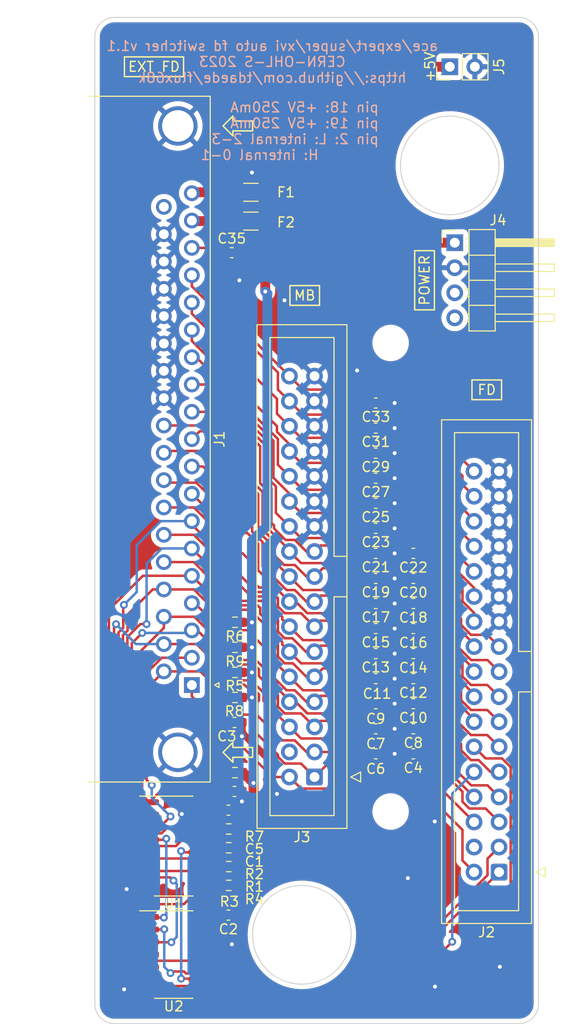
<source format=kicad_pcb>
(kicad_pcb (version 20221018) (generator pcbnew)
  (layers (0 "F.Cu" signal) (31 "B.Cu" signal) (34 "B.Paste" user) (35 "F.Paste" user) (36 "B.SilkS" user "B.Silkscreen") (37 "F.SilkS" user "F.Silkscreen") (38 "B.Mask" user) (39 "F.Mask" user) (44 "Edge.Cuts" user))
  (net 0 "")
  (net 1 "+5V")
  (net 2 "Net-(F1-Pad1)")
  (net 3 "Net-(F2-Pad1)")
  (net 4 "GND")
  (net 5 "/~{DISKTYPE}")
  (net 6 "/~{SWAP}")
  (net 7 "/~{DS3}")
  (net 8 "/~{INDEX}")
  (net 9 "/~{DS0}")
  (net 10 "/~{DS1}")
  (net 11 "/~{DS2}")
  (net 12 "/~{MOR}")
  (net 13 "/~{DIR}")
  (net 14 "/~{STEP}")
  (net 15 "/~{WDATA}")
  (net 16 "/~{WGATE}")
  (net 17 "/~{TRACK00}")
  (net 18 "/~{WP}")
  (net 19 "/~{RDATA}")
  (net 20 "/~{SIDE}")
  (net 21 "/~{RDY}")
  (net 22 "/~{OPTION0}")
  (net 23 "/~{OPTION1}")
  (net 24 "/~{OPTION2}")
  (net 25 "/~{OPTION3}")
  (net 26 "/~{EJECT}")
  (net 27 "/~{EJECTMASK}")
  (net 28 "/~{LEDBLINK}")
  (net 29 "/~{DISKIN}")
  (net 30 "/~{ERRDISK}")
  (net 31 "/~{FDDINT}")
  (net 32 "/~{OPTION0_OUT}")
  (net 33 "/~{OPTION1_OUT}")
  (net 34 "/~{DS0_OUT}")
  (net 35 "/~{DS1_OUT}")
  (net 41 "Net-(U1-Za)")
  (net 42 "Net-(U1-Zb)")
  (net 43 "Net-(U1-Zc)")
  (net 44 "Net-(U1-Zd)")
  (footprint "Connector_PinHeader_2.54mm:PinHeader_1x04_P2.54mm_Horizontal" (layer "F.Cu") (at 136.504 82.834)
    (fp_text reference "J4")
    (fp_text value "Conn_01x04_Male")
  )
  (footprint "Connector_PinHeader_2.54mm:PinHeader_1x02_P2.54mm_Vertical" (layer "F.Cu") (at 136 65 90)
    (fp_text reference "J5")
    (fp_text value "Conn_01x02_Male")
  )
  (footprint "Capacitor_SMD:C_0603_1608Metric" (layer "F.Cu") (at 128.49 119.41)
    (fp_text reference "C17")
    (fp_text value "47p")
  )
  (footprint "MountingHole:MountingHole_3.2mm_M3" (layer "F.Cu") (at 130 140.5)
    (fp_text reference "REF**" hide)
    (fp_text value "MountingHole_3.2mm_M3")
  )
  (footprint "Capacitor_SMD:C_0603_1608Metric" (layer "F.Cu") (at 113.55 151)
    (fp_text reference "C2")
    (fp_text value "0.1uF")
  )
  (footprint "Capacitor_SMD:C_0603_1608Metric" (layer "F.Cu") (at 128.49 101.63)
    (fp_text reference "C31")
    (fp_text value "47p")
  )
  (footprint "Capacitor_SMD:C_0603_1608Metric" (layer "F.Cu") (at 128.49 121.95)
    (fp_text reference "C15")
    (fp_text value "47p")
  )
  (footprint "Capacitor_SMD:C_0603_1608Metric" (layer "F.Cu") (at 113.885 83.85)
    (fp_text reference "C35")
    (fp_text value "47p")
  )
  (footprint "Capacitor_SMD:C_0603_1608Metric" (layer "F.Cu") (at 132.3 129.57 180)
    (fp_text reference "C10")
    (fp_text value "47p")
  )
  (footprint "Resistor_SMD:R_0603_1608Metric" (layer "F.Cu") (at 113.58 147.985 180)
    (fp_text reference "R3")
    (fp_text value "4.7k")
  )
  (footprint "Package_SO:SOIC-16_3.9x9.9mm_P1.27mm" (layer "F.Cu") (at 108 144)
    (fp_text reference "U1")
    (fp_text value "74LS157")
  )
  (footprint "Capacitor_SMD:C_0603_1608Metric" (layer "F.Cu") (at 132.3 116.87 180)
    (fp_text reference "C20")
    (fp_text value "47p")
  )
  (footprint "Resistor_SMD:R_0603_1608Metric" (layer "F.Cu") (at 114.215 128.935 180)
    (fp_text reference "R8")
    (fp_text value "4.7k")
  )
  (footprint "Capacitor_SMD:C_0603_1608Metric" (layer "F.Cu") (at 132.3 119.41 180)
    (fp_text reference "C18")
    (fp_text value "47p")
  )
  (footprint "Capacitor_SMD:C_0603_1608Metric" (layer "F.Cu") (at 132.3 127.03 180)
    (fp_text reference "C12")
    (fp_text value "47p")
  )
  (footprint "MountingHole:MountingHole_3.2mm_M3" (layer "F.Cu") (at 130 93)
    (fp_text reference "REF**" hide)
    (fp_text value "MountingHole_3.2mm_M3")
  )
  (footprint "Connector_IDC:IDC-Header_2x17_P2.54mm_Vertical" (layer "F.Cu") (at 122.28 137 180)
    (fp_text reference "J3")
    (fp_text value "Conn_02x17_Odd_Even")
  )
  (footprint "Resistor_SMD:R_0603_1608Metric" (layer "F.Cu") (at 114.215 121.315 180)
    (fp_text reference "R6")
    (fp_text value "4.7k")
  )
  (footprint "Capacitor_SMD:C_0603_1608Metric" (layer "F.Cu") (at 128.49 99.09)
    (fp_text reference "C33")
    (fp_text value "47p")
  )
  (footprint "Capacitor_SMD:C_0603_1608Metric" (layer "F.Cu") (at 132.3 114.33 180)
    (fp_text reference "C22")
    (fp_text value "47p")
  )
  (footprint "Capacitor_SMD:C_0603_1608Metric" (layer "F.Cu") (at 128.49 129.57)
    (fp_text reference "C9")
    (fp_text value "47p")
  )
  (footprint "Capacitor_SMD:C_0603_1608Metric" (layer "F.Cu") (at 114.165 131.475)
    (fp_text reference "C3")
    (fp_text value "47p")
  )
  (footprint "Capacitor_SMD:C_0603_1608Metric" (layer "F.Cu") (at 128.49 109.25)
    (fp_text reference "C25")
    (fp_text value "47p")
  )
  (footprint "Resistor_SMD:R_0603_1608Metric" (layer "F.Cu") (at 114.215 126.395 180)
    (fp_text reference "R5")
    (fp_text value "4.7k")
  )
  (footprint "Capacitor_SMD:C_0603_1608Metric" (layer "F.Cu") (at 128.49 106.71)
    (fp_text reference "C27")
    (fp_text value "47p")
  )
  (footprint "Resistor_SMD:R_1206_3216Metric" (layer "F.Cu") (at 115.824 80.645)
    (fp_text reference "F2")
    (fp_text value "Polyfuse")
  )
  (footprint "Capacitor_SMD:C_0603_1608Metric" (layer "F.Cu") (at 128.49 111.79)
    (fp_text reference "C23")
    (fp_text value "47p")
  )
  (footprint "Capacitor_SMD:C_0603_1608Metric" (layer "F.Cu") (at 114.165 138.46)
    (fp_text reference "C5")
    (fp_text value "47p")
  )
  (footprint "Capacitor_SMD:C_0603_1608Metric" (layer "F.Cu") (at 128.49 116.87)
    (fp_text reference "C19")
    (fp_text value "47p")
  )
  (footprint "Capacitor_SMD:C_0603_1608Metric" (layer "F.Cu") (at 128.49 114.33)
    (fp_text reference "C21")
    (fp_text value "47p")
  )
  (footprint "Package_SO:SOIC-14_3.9x8.7mm_P1.27mm" (layer "F.Cu") (at 108 155)
    (fp_text reference "U2")
    (fp_text value "74LS07")
  )
  (footprint "Capacitor_SMD:C_0603_1608Metric" (layer "F.Cu") (at 128.49 132.11)
    (fp_text reference "C7")
    (fp_text value "47p")
  )
  (footprint "Capacitor_SMD:C_0603_1608Metric" (layer "F.Cu") (at 132.3 124.49 180)
    (fp_text reference "C14")
    (fp_text value "47p")
  )
  (footprint "Resistor_SMD:R_0603_1608Metric" (layer "F.Cu") (at 113.58 146.08 180)
    (fp_text reference "R4")
    (fp_text value "4.7k")
  )
  (footprint "Capacitor_SMD:C_0603_1608Metric" (layer "F.Cu") (at 128.49 127.03)
    (fp_text reference "C11")
    (fp_text value "47p")
  )
  (footprint "Capacitor_SMD:C_0603_1608Metric" (layer "F.Cu") (at 128.49 134.65)
    (fp_text reference "C6")
    (fp_text value "47p")
  )
  (footprint "Capacitor_SMD:C_0603_1608Metric" (layer "F.Cu") (at 132.3 132.11 180)
    (fp_text reference "C8")
    (fp_text value "47p")
  )
  (footprint "Connector_IDC:IDC-Header_2x17_P2.54mm_Vertical" (layer "F.Cu") (at 141 146.64 180)
    (fp_text reference "J2")
    (fp_text value "Conn_02x17_Odd_Even")
  )
  (footprint "Capacitor_SMD:C_0603_1608Metric" (layer "F.Cu") (at 132.3 121.95 180)
    (fp_text reference "C16")
    (fp_text value "47p")
  )
  (footprint "Capacitor_SMD:C_0603_1608Metric" (layer "F.Cu") (at 128.49 124.49)
    (fp_text reference "C13")
    (fp_text value "47p")
  )
  (footprint "Resistor_SMD:R_0603_1608Metric" (layer "F.Cu") (at 114.215 123.855 180)
    (fp_text reference "R9")
    (fp_text value "4.7k")
  )
  (footprint "Capacitor_SMD:C_0603_1608Metric" (layer "F.Cu") (at 113.55 140.365)
    (fp_text reference "C1")
    (fp_text value "0.1uF")
  )
  (footprint "Resistor_SMD:R_0603_1608Metric" (layer "F.Cu") (at 113.58 142.27 180)
    (fp_text reference "R2")
    (fp_text value "4.7k")
  )
  (footprint "Capacitor_SMD:C_0603_1608Metric" (layer "F.Cu") (at 128.49 104.17)
    (fp_text reference "C29")
    (fp_text value "47p")
  )
  (footprint "Resistor_SMD:R_1206_3216Metric" (layer "F.Cu") (at 115.824 77.724)
    (fp_text reference "F1")
    (fp_text value "Polyfuse")
  )
  (footprint "Capacitor_SMD:C_0603_1608Metric" (layer "F.Cu") (at 132.3 134.65 180)
    (fp_text reference "C4")
    (fp_text value "47p")
  )
  (footprint "Connector_Dsub:DSUB-37_Female_Horizontal_P2.77x2.84mm_EdgePinOffset7.70mm_Housed_MountingHolesOffset9.12mm" (layer "F.Cu") (at 109.84 127.68 -90)
    (fp_text reference "J1")
    (fp_text value "DB37_Female_MountingHoles")
  )
  (footprint "Resistor_SMD:R_0603_1608Metric" (layer "F.Cu") (at 113.58 144.175 180)
    (fp_text reference "R1")
    (fp_text value "4.7k")
  )
  (footprint "Resistor_SMD:R_0603_1608Metric" (layer "F.Cu") (at 114.215 136.555 180)
    (fp_text reference "R7")
    (fp_text value "4.7k")
  )
  (gr_line (start 122.788 88.684) (end 122.788 89.184) (stroke (width 0.15)) (layer "F.SilkS"))
  (gr_line (start 116 135) (end 116 134) (stroke (width 0.15)) (layer "F.SilkS"))
  (gr_line (start 114 72) (end 113 71) (stroke (width 0.15)) (layer "F.SilkS"))
  (gr_line (start 138.25 96.75) (end 138.25 98.75) (stroke (width 0.15)) (layer "F.SilkS"))
  (gr_line (start 114 70.5) (end 116 70.5) (stroke (width 0.15)) (layer "F.SilkS"))
  (gr_line (start 116 71.5) (end 116 70.5) (stroke (width 0.15)) (layer "F.SilkS"))
  (gr_line (start 116 135) (end 114 135) (stroke (width 0.15)) (layer "F.SilkS"))
  (gr_line (start 113 134.5) (end 114 133.5) (stroke (width 0.15)) (layer "F.SilkS"))
  (gr_line (start 119.788 87.184) (end 119.788 89.184) (stroke (width 0.15)) (layer "F.SilkS"))
  (gr_line (start 116 71.5) (end 114 71.5) (stroke (width 0.15)) (layer "F.SilkS"))
  (gr_line (start 114 134) (end 114 133.5) (stroke (width 0.15)) (layer "F.SilkS"))
  (gr_rect (start 103 64) (end 109 66) (stroke (width 0.15)) (fill none) (layer "F.SilkS"))
  (gr_line (start 122.788 88.684) (end 122.788 87.184) (stroke (width 0.15)) (layer "F.SilkS"))
  (gr_rect (start 132.44 83.644) (end 134.44 89.644) (stroke (width 0.15)) (fill none) (layer "F.SilkS"))
  (gr_line (start 116 134) (end 114 134) (stroke (width 0.15)) (layer "F.SilkS"))
  (gr_line (start 122.788 87.184) (end 119.788 87.184) (stroke (width 0.15)) (layer "F.SilkS"))
  (gr_line (start 141.25 98.75) (end 141.25 96.75) (stroke (width 0.15)) (layer "F.SilkS"))
  (gr_line (start 114 135.5) (end 113 134.5) (stroke (width 0.15)) (layer "F.SilkS"))
  (gr_line (start 122.788 89.184) (end 119.788 89.184) (stroke (width 0.15)) (layer "F.SilkS"))
  (gr_line (start 113 71) (end 114 70) (stroke (width 0.15)) (layer "F.SilkS"))
  (gr_line (start 141.25 96.75) (end 138.25 96.75) (stroke (width 0.15)) (layer "F.SilkS"))
  (gr_line (start 138.25 98.75) (end 141.25 98.75) (stroke (width 0.15)) (layer "F.SilkS"))
  (gr_line (start 114 72) (end 114 71.5) (stroke (width 0.15)) (layer "F.SilkS"))
  (gr_line (start 114 135.5) (end 114 135) (stroke (width 0.15)) (layer "F.SilkS"))
  (gr_line (start 114 70) (end 114 70.5) (stroke (width 0.15)) (layer "F.SilkS"))
  (gr_arc (start 145 160) (mid 144.414214 161.414214) (end 143 162) (stroke (width 0.1)) (layer "Edge.Cuts"))
  (gr_arc (start 143 60) (mid 144.414214 60.585786) (end 145 62) (stroke (width 0.1)) (layer "Edge.Cuts"))
  (gr_line (start 145 62) (end 145 160) (stroke (width 0.1)) (layer "Edge.Cuts"))
  (gr_line (start 143 162) (end 102 162) (stroke (width 0.1)) (layer "Edge.Cuts"))
  (gr_arc (start 102 162) (mid 100.585786 161.414214) (end 100 160) (stroke (width 0.1)) (layer "Edge.Cuts"))
  (gr_circle (center 136 75) (end 141 75) (stroke (width 0.1)) (fill none) (layer "Edge.Cuts"))
  (gr_arc (start 100 62) (mid 100.585786 60.585786) (end 102 60) (stroke (width 0.1)) (layer "Edge.Cuts"))
  (gr_line (start 100 160) (end 100 62) (stroke (width 0.1)) (layer "Edge.Cuts"))
  (gr_circle (center 121 153) (end 126 153) (stroke (width 0.1)) (fill none) (layer "Edge.Cuts"))
  (gr_line (start 102 60) (end 143 60) (stroke (width 0.1)) (layer "Edge.Cuts"))
  (gr_text "pin 18: +5V 250mA\npin 19: +5V 250mA\npin 2: L: internal 2-3\n        H: internal 0-1" (at 128.884 71.531) (layer "B.SilkS") (effects (font (size 1 1)) (justify left mirror)))
  (gr_text "ace/expert/super/xvi auto fd switcher v1.1\nCERN-OHL-S 2023\nhttps://github.com/tdaede/flux68k" (at 118 64.5) (layer "B.SilkS") (effects (font (size 1 1)) (justify mirror)))
  (gr_text "POWER" (at 133.44 86.644 90) (layer "F.SilkS") (effects (font (size 1 1))))
  (gr_text "FD" (at 139.75 97.75) (layer "F.SilkS") (effects (font (size 1 1))))
  (gr_text "EXT FD" (at 106 65) (layer "F.SilkS") (effects (font (size 1 1))))
  (gr_text "+5V" (at 134 65 90) (layer "F.SilkS") (effects (font (size 1 1))))
  (gr_text "MB" (at 121.288 88.184) (layer "F.SilkS") (effects (font (size 1 1))))
  (segment (start 116.09 140.585) (end 116.09 137.605) (width 1) (layer "F.Cu") (net 1))
  (segment (start 112.12 153.731751) (end 110.851751 155) (width 0.25) (layer "F.Cu") (net 1))
  (segment (start 110.851751 152.46) (end 112.12 153.728249) (width 0.25) (layer "F.Cu") (net 1))
  (segment (start 110.851751 155) (end 110.475 155) (width 0.25) (layer "F.Cu") (net 1))
  (segment (start 117.2865 77.724) (end 117.2865 80.645) (width 1) (layer "F.Cu") (net 1))
  (segment (start 120 71) (end 126 65) (width 1) (layer "F.Cu") (net 1))
  (segment (start 113.716852 149.825) (end 114.09 149.825) (width 1) (layer "F.Cu") (net 1))
  (segment (start 114.405 142.27) (end 114.405 141.995) (width 0.25) (layer "F.Cu") (net 1))
  (segment (start 114.09 149.825) (end 114.405 149.51) (width 1) (layer "F.Cu") (net 1))
  (segment (start 114.405 141.995) (end 112.775 140.365) (width 0.25) (layer "F.Cu") (net 1))
  (segment (start 112.6 151) (end 110.53 151) (width 0.25) (layer "F.Cu") (net 1))
  (segment (start 115.04 121.315) (end 115.93 121.315) (width 0.25) (layer "F.Cu") (net 1))
  (segment (start 112.6 151) (end 112.6 150.941852) (width 1) (layer "F.Cu") (net 1))
  (segment (start 112.775 140.365) (end 111.965 139.555) (width 0.25) (layer "F.Cu") (net 1))
  (segment (start 115.04 128.935) (end 115.93 128.935) (width 0.25) (layer "F.Cu") (net 1))
  (segment (start 120 75.0105) (end 117.2865 77.724) (width 1) (layer "F.Cu") (net 1))
  (segment (start 116.09 137.605) (end 115.04 136.555) (width 1) (layer "F.Cu") (net 1))
  (segment (start 115.04 126.395) (end 115.93 126.395) (width 0.25) (layer "F.Cu") (net 1))
  (segment (start 126 65) (end 136 65) (width 1) (layer "F.Cu") (net 1))
  (segment (start 117.2865 77.724) (end 122.3965 82.834) (width 1) (layer "F.Cu") (net 1))
  (segment (start 117.2865 80.645) (end 117.2865 87.7865) (width 1) (layer "F.Cu") (net 1))
  (segment (start 112.6 150.941852) (end 113.716852 149.825) (width 1) (layer "F.Cu") (net 1))
  (segment (start 112.12 153.728249) (end 112.12 153.731751) (width 0.25) (layer "F.Cu") (net 1))
  (segment (start 120 71) (end 120 75.0105) (width 1) (layer "F.Cu") (net 1))
  (segment (start 110.475 151.19) (end 110.475 152.46) (width 0.25) (layer "F.Cu") (net 1))
  (segment (start 122.3965 82.834) (end 136.504 82.834) (width 1) (layer "F.Cu") (net 1))
  (segment (start 111.965 139.555) (end 110.475 139.555) (width 0.25) (layer "F.Cu") (net 1))
  (segment (start 110.53 151) (end 110.475 151.055) (width 0.25) (layer "F.Cu") (net 1))
  (segment (start 114.405 142.27) (end 116.09 140.585) (width 1) (layer "F.Cu") (net 1))
  (segment (start 115.04 123.855) (end 115.93 123.855) (width 0.25) (layer "F.Cu") (net 1))
  (segment (start 114.405 149.51) (end 114.405 142.27) (width 1) (layer "F.Cu") (net 1))
  (segment (start 110.475 152.46) (end 110.851751 152.46) (width 0.25) (layer "F.Cu") (net 1))
  (via (at 115.93 126.395) (size 0.8) (drill 0.4) (layers "F.Cu" "B.Cu") (net 1))
  (via (at 115.93 128.935) (size 0.8) (drill 0.4) (layers "F.Cu" "B.Cu") (net 1))
  (via (at 116.09 137.605) (size 0.8) (drill 0.4) (layers "F.Cu" "B.Cu") (net 1))
  (via (at 115.93 121.315) (size 0.8) (drill 0.4) (layers "F.Cu" "B.Cu") (net 1))
  (via (at 115.93 123.855) (size 0.8) (drill 0.4) (layers "F.Cu" "B.Cu") (net 1))
  (via (at 117.2865 87.7865) (size 0.8) (drill 0.4) (layers "F.Cu" "B.Cu") (net 1))
  (segment (start 117.5 111.5) (end 117.5 88) (width 1) (layer "B.Cu") (net 1))
  (segment (start 115.93 113.07) (end 117.5 111.5) (width 1) (layer "B.Cu") (net 1))
  (segment (start 115.93 126.395) (end 115.93 123.855) (width 1) (layer "B.Cu") (net 1))
  (segment (start 116.09 137.605) (end 116.09 129.095) (width 1) (layer "B.Cu") (net 1))
  (segment (start 115.93 128.935) (end 115.93 126.395) (width 1) (layer "B.Cu") (net 1))
  (segment (start 116.09 129.095) (end 115.93 128.935) (width 1) (layer "B.Cu") (net 1))
  (segment (start 115.93 123.855) (end 115.93 121.315) (width 1) (layer "B.Cu") (net 1))
  (segment (start 117.5 88) (end 117.2865 87.7865) (width 1) (layer "B.Cu") (net 1))
  (segment (start 115.93 121.315) (end 115.93 113.07) (width 1) (layer "B.Cu") (net 1))
  (segment (start 114.3615 77.724) (end 109.936 77.724) (width 1) (layer "F.Cu") (net 2))
  (segment (start 109.936 77.724) (end 109.84 77.82) (width 1) (layer "F.Cu") (net 2))
  (segment (start 109.895 80.645) (end 109.84 80.59) (width 1) (layer "F.Cu") (net 3))
  (segment (start 114.3615 80.645) (end 109.895 80.645) (width 1) (layer "F.Cu") (net 3))
  (segment (start 114.914 138.486) (end 114.94 138.46) (width 0.25) (layer "F.Cu") (net 4))
  (segment (start 114.914 139.476) (end 114.914 138.486) (width 0.25) (layer "F.Cu") (net 4))
  (segment (start 114.325 140.065) (end 114.914 139.476) (width 0.25) (layer "F.Cu") (net 4))
  (segment (start 114.94 131.475) (end 114.94 132.846) (width 0.25) (layer "F.Cu") (net 4))
  (segment (start 114.325 140.365) (end 114.325 140.065) (width 0.25) (layer "F.Cu") (net 4))
  (via (at 130.408 132.11) (size 0.8) (drill 0.4) (layers "F.Cu" "B.Cu") (net 4))
  (via (at 134.5 158.25) (size 0.8) (drill 0.4) (layers "F.Cu" "B.Cu") (net 4))
  (via (at 130.408 99.09) (size 0.8) (drill 0.4) (layers "F.Cu" "B.Cu") (net 4))
  (via (at 130.408 111.79) (size 0.8) (drill 0.4) (layers "F.Cu" "B.Cu") (net 4))
  (via (at 130.408 134.65) (size 0.8) (drill 0.4) (layers "F.Cu" "B.Cu") (net 4))
  (via (at 102.976 158.526) (size 0.8) (drill 0.4) (layers "F.Cu" "B.Cu") (net 4))
  (via (at 103.23 148.366) (size 0.8) (drill 0.4) (layers "F.Cu" "B.Cu") (net 4))
  (via (at 130.408 114.33) (size 0.8) (drill 0.4) (layers "F.Cu" "B.Cu") (net 4))
  (via (at 130.408 124.49) (size 0.8) (drill 0.4) (layers "F.Cu" "B.Cu") (net 4))
  (via (at 114.66 86.644) (size 0.8) (drill 0.4) (layers "F.Cu" "B.Cu") (net 4))
  (via (at 130.408 106.71) (size 0.8) (drill 0.4) (layers "F.Cu" "B.Cu") (net 4))
  (via (at 114.914 139.476) (size 0.8) (drill 0.4) (layers "F.Cu" "B.Cu") (net 4))
  (via (at 118.47 138.714) (size 0.8) (drill 0.4) (layers "F.Cu" "B.Cu") (net 4))
  (via (at 130.408 104.17) (size 0.8) (drill 0.4) (layers "F.Cu" "B.Cu") (net 4))
  (via (at 108.818 140.746) (size 0.8) (drill 0.4) (layers "F.Cu" "B.Cu") (net 4))
  (via (at 126.598 95.788) (size 0.8) (drill 0.4) (layers "F.Cu" "B.Cu") (net 4))
  (via (at 130.408 129.57) (size 0.8) (drill 0.4) (layers "F.Cu" "B.Cu") (net 4))
  (via (at 130.408 127.03) (size 0.8) (drill 0.4) (layers "F.Cu" "B.Cu") (net 4))
  (via (at 119.232 88.676) (size 0.8) (drill 0.4) (layers "F.Cu" "B.Cu") (net 4))
  (via (at 113.898 153.954) (size 0.8) (drill 0.4) (layers "F.Cu" "B.Cu") (net 4))
  (via (at 130.408 116.87) (size 0.8) (drill 0.4) (layers "F.Cu" "B.Cu") (net 4))
  (via (at 130.408 119.41) (size 0.8) (drill 0.4) (layers "F.Cu" "B.Cu") (net 4))
  (via (at 141.076 156.24) (size 0.8) (drill 0.4) (layers "F.Cu" "B.Cu") (net 4))
  (via (at 130.408 101.63) (size 0.8) (drill 0.4) (layers "F.Cu" "B.Cu") (net 4))
  (via (at 115.93 75.722) (size 0.8) (drill 0.4) (layers "F.Cu" "B.Cu") (net 4))
  (via (at 130.408 121.95) (size 0.8) (drill 0.4) (layers "F.Cu" "B.Cu") (net 4))
  (via (at 131.75 147.25) (size 0.8) (drill 0.4) (layers "F.Cu" "B.Cu") (net 4))
  (via (at 114.914 132.872) (size 0.8) (drill 0.4) (layers "F.Cu" "B.Cu") (net 4))
  (via (at 134.472 141.508) (size 0.8) (drill 0.4) (layers "F.Cu" "B.Cu") (net 4))
  (via (at 130.408 109.25) (size 0.8) (drill 0.4) (layers "F.Cu" "B.Cu") (net 4))
  (segment (start 109.84 127.68) (end 109.84 128.822598) (width 0.25) (layer "F.Cu") (net 5))
  (segment (start 137.285 145.465) (end 138.46 146.64) (width 0.25) (layer "F.Cu") (net 5))
  (segment (start 127.995 135.92) (end 130.84665 135.92) (width 0.25) (layer "F.Cu") (net 5))
  (segment (start 109.84 128.822598) (end 118.017402 137) (width 0.25) (layer "F.Cu") (net 5))
  (segment (start 120.915 138.175) (end 125.74 138.175) (width 0.25) (layer "F.Cu") (net 5))
  (segment (start 119.74 137) (end 120.915 138.175) (width 0.25) (layer "F.Cu") (net 5))
  (segment (start 137.285 142.35835) (end 137.285 145.465) (width 0.25) (layer "F.Cu") (net 5))
  (segment (start 125.74 138.175) (end 127.995 135.92) (width 0.25) (layer "F.Cu") (net 5))
  (segment (start 118.017402 137) (end 119.74 137) (width 0.25) (layer "F.Cu") (net 5))
  (segment (start 130.84665 135.92) (end 137.285 142.35835) (width 0.25) (layer "F.Cu") (net 5))
  (segment (start 104.800499 138.830499) (end 104.800499 126.90351) (width 0.25) (layer "F.Cu") (net 6))
  (segment (start 104.800499 126.90351) (end 106.794009 124.91) (width 0.25) (layer "F.Cu") (net 6))
  (segment (start 106.62 138.46) (end 113.39 138.46) (width 0.25) (layer "F.Cu") (net 6))
  (segment (start 105.525 139.555) (end 106.62 138.46) (width 0.25) (layer "F.Cu") (net 6))
  (segment (start 106.794009 124.91) (end 109.84 124.91) (width 0.25) (layer "F.Cu") (net 6))
  (segment (start 105.525 139.555) (end 104.800499 138.830499) (width 0.25) (layer "F.Cu") (net 6))
  (segment (start 113.39 138.46) (end 113.39 136.555) (width 0.25) (layer "F.Cu") (net 6))
  (segment (start 106.755402 142.72) (end 104.22 142.72) (width 0.25) (layer "F.Cu") (net 7))
  (segment (start 114.622538 127.195) (end 115.850288 127.195) (width 0.25) (layer "F.Cu") (net 7))
  (segment (start 109.84 122.14) (end 110.405 122.14) (width 0.25) (layer "F.Cu") (net 7))
  (segment (start 110.475 142.095) (end 107.380402 142.095) (width 0.25) (layer "F.Cu") (net 7))
  (segment (start 129.455 133.85) (end 134.18 133.85) (width 0.25) (layer "F.Cu") (net 7))
  (segment (start 107.380402 142.095) (end 106.755402 142.72) (width 0.25) (layer "F.Cu") (net 7))
  (segment (start 120.915 133.095) (end 126.73 133.095) (width 0.25) (layer "F.Cu") (net 7))
  (segment (start 126.73 133.095) (end 127.715 132.11) (width 0.25) (layer "F.Cu") (net 7))
  (segment (start 114.315 126.05) (end 114.315 126.887462) (width 0.25) (layer "F.Cu") (net 7))
  (segment (start 119.74 131.92) (end 120.915 133.095) (width 0.25) (layer "F.Cu") (net 7))
  (segment (start 110.405 122.14) (end 114.315 126.05) (width 0.25) (layer "F.Cu") (net 7))
  (segment (start 114.315 126.887462) (end 114.622538 127.195) (width 0.25) (layer "F.Cu") (net 7))
  (segment (start 103.75 123.446967) (end 104.802993 122.393974) (width 0.25) (layer "F.Cu") (net 7))
  (segment (start 117.104001 128.448713) (end 117.104001 129.284001) (width 0.25) (layer "F.Cu") (net 7))
  (segment (start 112.755 142.27) (end 110.65 142.27) (width 0.25) (layer "F.Cu") (net 7))
  (segment (start 117.104001 129.284001) (end 119.74 131.92) (width 0.25) (layer "F.Cu") (net 7))
  (segment (start 135.350499 135.020499) (end 135.350499 138.450499) (width 0.25) (layer "F.Cu") (net 7))
  (segment (start 103.75 142.25) (end 103.75 123.446967) (width 0.25) (layer "F.Cu") (net 7))
  (segment (start 110.65 142.27) (end 110.475 142.095) (width 0.25) (layer "F.Cu") (net 7))
  (segment (start 127.715 132.11) (end 129.455 133.85) (width 0.25) (layer "F.Cu") (net 7))
  (segment (start 135.350499 138.450499) (end 138.46 141.56) (width 0.25) (layer "F.Cu") (net 7))
  (segment (start 115.850288 127.195) (end 117.104001 128.448713) (width 0.25) (layer "F.Cu") (net 7))
  (segment (start 134.18 133.85) (end 135.350499 135.020499) (width 0.25) (layer "F.Cu") (net 7))
  (segment (start 104.22 142.72) (end 103.75 142.25) (width 0.25) (layer "F.Cu") (net 7))
  (via (at 104.802993 122.393974) (size 0.8) (drill 0.4) (layers "F.Cu" "B.Cu") (net 7))
  (segment (start 109.586026 122.393974) (end 104.802993 122.393974) (width 0.25) (layer "B.Cu") (net 7))
  (segment (start 109.84 122.14) (end 109.586026 122.393974) (width 0.25) (layer "B.Cu") (net 7))
  (segment (start 133.078316 130.860499) (end 136.25 134.032183) (width 0.25) (layer "F.Cu") (net 8))
  (segment (start 120.37569 129.38) (end 121.55069 130.555) (width 0.25) (layer "F.Cu") (net 8))
  (segment (start 110.122462 119.37) (end 114.315 123.562538) (width 0.25) (layer "F.Cu") (net 8))
  (segment (start 115.113037 125.145499) (end 116.340787 125.145499) (width 0.25) (layer "F.Cu") (net 8))
  (segment (start 126.73 130.555) (end 127.715 129.57) (width 0.25) (layer "F.Cu") (net 8))
  (segment (start 136.25 134.032183) (end 136.25 136.81) (width 0.25) (layer "F.Cu") (net 8))
  (segment (start 114.315 124.347462) (end 115.113037 125.145499) (width 0.25) (layer "F.Cu") (net 8))
  (segment (start 117.104001 126.605849) (end 119.74 129.241848) (width 0.25) (layer "F.Cu") (net 8))
  (segment (start 117.104001 125.908713) (end 117.104001 126.605849) (width 0.25) (layer "F.Cu") (net 8))
  (segment (start 121.55069 130.555) (end 126.73 130.555) (width 0.25) (layer "F.Cu") (net 8))
  (segment (start 129.005499 130.860499) (end 133.078316 130.860499) (width 0.25) (layer "F.Cu") (net 8))
  (segment (start 127.715 129.57) (end 129.005499 130.860499) (width 0.25) (layer "F.Cu") (net 8))
  (segment (start 109.84 119.37) (end 110.122462 119.37) (width 0.25) (layer "F.Cu") (net 8))
  (segment (start 119.74 129.241848) (end 119.74 129.38) (width 0.25) (layer "F.Cu") (net 8))
  (segment (start 114.315 123.562538) (end 114.315 124.347462) (width 0.25) (layer "F.Cu") (net 8))
  (segment (start 136.25 136.81) (end 138.46 139.02) (width 0.25) (layer "F.Cu") (net 8))
  (segment (start 119.74 129.38) (end 120.37569 129.38) (width 0.25) (layer "F.Cu") (net 8))
  (segment (start 116.340787 125.145499) (end 117.104001 125.908713) (width 0.25) (layer "F.Cu") (net 8))
  (segment (start 104.875402 116.6) (end 109.84 116.6) (width 0.25) (layer "F.Cu") (net 9))
  (segment (start 110.475 147.175) (end 109.8295 146.5295) (width 0.25) (layer "F.Cu") (net 9))
  (segment (start 126.54 128.205) (end 127.715 127.03) (width 0.25) (layer "F.Cu") (net 9))
  (segment (start 109.8295 146.5295) (end 104.48674 146.5295) (width 0.25) (layer "F.Cu") (net 9))
  (segment (start 121.105 128.205) (end 126.54 128.205) (width 0.25) (layer "F.Cu") (net 9))
  (segment (start 118.115499 125.215499) (end 119.74 126.84) (width 0.25) (layer "F.Cu") (net 9))
  (segment (start 118.115499 123.70427) (end 118.115499 125.215499) (width 0.25) (layer "F.Cu") (net 9))
  (segment (start 119.74 126.84) (end 121.105 128.205) (width 0.25) (layer "F.Cu") (net 9))
  (segment (start 111.945 147.175) (end 110.475 147.175) (width 0.25) (layer "F.Cu") (net 9))
  (segment (start 117.215998 122.804769) (end 118.115499 123.70427) (width 0.25) (layer "F.Cu") (net 9))
  (segment (start 117.215998 121.536856) (end 117.215998 122.804769) (width 0.25) (layer "F.Cu") (net 9))
  (segment (start 112.755 147.985) (end 111.945 147.175) (width 0.25) (layer "F.Cu") (net 9))
  (segment (start 101.427497 120.047905) (end 104.875402 116.6) (width 0.25) (layer "F.Cu") (net 9))
  (segment (start 104.48674 146.5295) (end 101.427497 143.470257) (width 0.25) (layer "F.Cu") (net 9))
  (segment (start 101.427497 143.470257) (end 101.427497 120.047905) (width 0.25) (layer "F.Cu") (net 9))
  (segment (start 113.285 120.045) (end 116.316996 120.045) (width 0.25) (layer "F.Cu") (net 9))
  (segment (start 109.84 116.6) (end 113.285 120.045) (width 0.25) (layer "F.Cu") (net 9))
  (segment (start 116.316996 120.637853) (end 117.215998 121.536856) (width 0.25) (layer "F.Cu") (net 9))
  (segment (start 116.316996 120.045) (end 116.316996 120.637853) (width 0.25) (layer "F.Cu") (net 9))
  (segment (start 126.73 125.475) (end 127.715 124.49) (width 0.25) (layer "F.Cu") (net 10))
  (segment (start 111.945 143.365) (end 110.475 143.365) (width 0.25) (layer "F.Cu") (net 10))
  (segment (start 119.74 124.3) (end 120.915 125.475) (width 0.25) (layer "F.Cu") (net 10))
  (segment (start 111.414501 115.974501) (end 114.585998 119.145998) (width 0.25) (layer "F.Cu") (net 10))
  (segment (start 104.61431 121.5) (end 105.25 121.5) (width 0.25) (layer "F.Cu") (net 10))
  (segment (start 111.414501 115.404501) (end 111.414501 115.974501) (width 0.25) (layer "F.Cu") (net 10))
  (segment (start 103.300499 142.686189) (end 103.300499 122.813811) (width 0.25) (layer "F.Cu") (net 10))
  (segment (start 118.115497 121.407583) (end 118.115496 121.45948) (width 0.25) (layer "F.Cu") (net 10))
  (segment (start 108.225402 144) (end 104.513249 144) (width 0.25) (layer "F.Cu") (net 10))
  (segment (start 118.115 121.164477) (end 118.115 121.407086) (width 0.25) (layer "F.Cu") (net 10))
  (segment (start 120.915 125.475) (end 126.73 125.475) (width 0.25) (layer "F.Cu") (net 10))
  (segment (start 108.860402 143.365) (end 108.225402 144) (width 0.25) (layer "F.Cu") (net 10))
  (segment (start 104.513249 144) (end 103.325998 142.812749) (width 0.25) (layer "F.Cu") (net 10))
  (segment (start 118.115496 121.45948) (end 118.115499 121.459483) (width 0.25) (layer "F.Cu") (net 10))
  (segment (start 110.475 143.365) (end 108.860402 143.365) (width 0.25) (layer "F.Cu") (net 10))
  (segment (start 117.215998 120.265475) (end 118.115 121.164477) (width 0.25) (layer "F.Cu") (net 10))
  (segment (start 119.014501 123.331892) (end 119.014501 123.574501) (width 0.25) (layer "F.Cu") (net 10))
  (segment (start 118.115499 121.459483) (end 118.115499 122.43289) (width 0.25) (layer "F.Cu") (net 10))
  (segment (start 118.115 121.407086) (end 118.115497 121.407583) (width 0.25) (layer "F.Cu") (net 10))
  (segment (start 118.115499 122.43289) (end 119.014501 123.331892) (width 0.25) (layer "F.Cu") (net 10))
  (segment (start 119.014501 123.574501) (end 119.74 124.3) (width 0.25) (layer "F.Cu") (net 10))
  (segment (start 114.585998 119.145998) (end 116.937378 119.145998) (width 0.25) (layer "F.Cu") (net 10))
  (segment (start 112.755 144.175) (end 111.945 143.365) (width 0.25) (layer "F.Cu") (net 10))
  (segment (start 103.325998 142.812749) (end 103.325998 142.711688) (width 0.25) (layer "F.Cu") (net 10))
  (segment (start 103.325998 142.711688) (end 103.300499 142.686189) (width 0.25) (layer "F.Cu") (net 10))
  (segment (start 103.300499 122.813811) (end 104.61431 121.5) (width 0.25) (layer "F.Cu") (net 10))
  (segment (start 109.84 113.83) (end 111.414501 115.404501) (width 0.25) (layer "F.Cu") (net 10))
  (segment (start 116.937378 119.145998) (end 117.215998 119.424618) (width 0.25) (layer "F.Cu") (net 10))
  (segment (start 117.215998 119.424618) (end 117.215998 120.265475) (width 0.25) (layer "F.Cu") (net 10))
  (via (at 105.25 121.5) (size 0.8) (drill 0.4) (layers "F.Cu" "B.Cu") (net 10))
  (segment (start 106.794009 113.83) (end 105.25 115.374009) (width 0.25) (layer "B.Cu") (net 10))
  (segment (start 105.25 115.374009) (end 105.25 121.5) (width 0.25) (layer "B.Cu") (net 10))
  (segment (start 109.84 113.83) (end 106.794009 113.83) (width 0.25) (layer "B.Cu") (net 10))
  (segment (start 104.501869 145.26) (end 102.426996 143.185127) (width 0.25) (layer "F.Cu") (net 11))
  (segment (start 117.309756 118.246996) (end 118.115499 119.052739) (width 0.25) (layer "F.Cu") (net 11))
  (segment (start 135.936497 126.09868) (end 135.936497 127.365268) (width 0.25) (layer "F.Cu") (net 11))
  (segment (start 109.84 111.06) (end 109.84 111.41431) (width 0.25) (layer "F.Cu") (net 11))
  (segment (start 102.876497 121.878676) (end 102.876497 119.623503) (width 0.25) (layer "F.Cu") (net 11))
  (segment (start 119.74 121.76) (end 121.105 123.125) (width 0.25) (layer "F.Cu") (net 11))
  (segment (start 102.401497 143.058567) (end 102.401497 122.353676) (width 0.25) (layer "F.Cu") (net 11))
  (segment (start 118.115499 119.052739) (end 118.115499 119.89289) (width 0.25) (layer "F.Cu") (net 11))
  (segment (start 112.569501 114.143811) (end 112.569501 114.387143) (width 0.25) (layer "F.Cu") (net 11))
  (segment (start 135.936497 127.365268) (end 136.699002 128.127773) (width 0.25) (layer "F.Cu") (net 11))
  (segment (start 109.84 111.41431) (end 112.569501 114.143811) (width 0.25) (layer "F.Cu") (net 11))
  (segment (start 102.426996 143.185127) (end 102.426996 143.084066) (width 0.25) (layer "F.Cu") (net 11))
  (segment (start 126.54 123.125) (end 127.715 121.95) (width 0.25) (layer "F.Cu") (net 11))
  (segment (start 136.699002 129.396393) (end 138.46 131.157391) (width 0.25) (layer "F.Cu") (net 11))
  (segment (start 102.876497 119.623503) (end 102.948999 119.551001) (width 0.25) (layer "F.Cu") (net 11))
  (segment (start 102.426996 143.084066) (end 102.401497 143.058567) (width 0.25) (layer "F.Cu") (net 11))
  (segment (start 112.569501 114.387143) (end 116.429354 118.246996) (width 0.25) (layer "F.Cu") (net 11))
  (segment (start 112.755 146.08) (end 110.65 146.08) (width 0.25) (layer "F.Cu") (net 11))
  (segment (start 136.699002 128.127773) (end 136.699002 129.396393) (width 0.25) (layer "F.Cu") (net 11))
  (segment (start 119.014501 121.034501) (end 119.74 121.76) (width 0.25) (layer "F.Cu") (net 11))
  (segment (start 110.475 145.905) (end 109.83 145.26) (width 0.25) (layer "F.Cu") (net 11))
  (segment (start 128.515 122.75) (end 132.587817 122.75) (width 0.25) (layer "F.Cu") (net 11))
  (segment (start 116.429354 118.246996) (end 117.309756 118.246996) (width 0.25) (layer "F.Cu") (net 11))
  (segment (start 102.401497 122.353676) (end 102.876497 121.878676) (width 0.25) (layer "F.Cu") (net 11))
  (segment (start 119.014501 120.791892) (end 119.014501 121.034501) (width 0.25) (layer "F.Cu") (net 11))
  (segment (start 121.105 123.125) (end 126.54 123.125) (width 0.25) (layer "F.Cu") (net 11))
  (segment (start 132.587817 122.75) (end 135.936497 126.09868) (width 0.25) (layer "F.Cu") (net 11))
  (segment (start 110.65 146.08) (end 110.475 145.905) (width 0.25) (layer "F.Cu") (net 11))
  (segment (start 109.83 145.26) (end 104.501869 145.26) (width 0.25) (layer "F.Cu") (net 11))
  (segment (start 127.715 121.95) (end 128.515 122.75) (width 0.25) (layer "F.Cu") (net 11))
  (segment (start 138.46 131.157391) (end 138.46 131.4) (width 0.25) (layer "F.Cu") (net 11))
  (segment (start 118.115499 119.89289) (end 119.014501 120.791892) (width 0.25) (layer "F.Cu") (net 11))
  (via (at 102.948999 119.551001) (size 0.8) (drill 0.4) (layers "F.Cu" "B.Cu") (net 11))
  (segment (start 104.25 113.5) (end 104.25 118.25) (width 0.25) (layer "B.Cu") (net 11))
  (segment (start 106.69 111.06) (end 104.293861 113.456139) (width 0.25) (layer "B.Cu") (net 11))
  (segment (start 109.84 111.06) (end 106.69 111.06) (width 0.25) (layer "B.Cu") (net 11))
  (segment (start 104.25 118.25) (end 102.948999 119.551001) (width 0.25) (layer "B.Cu") (net 11))
  (segment (start 121.55069 120.395) (end 126.73 120.395) (width 0.25) (layer "F.Cu") (net 12))
  (segment (start 134.344501 123.233272) (end 136.835499 125.72427) (width 0.25) (layer "F.Cu") (net 12))
  (segment (start 113.81 112.26) (end 115.457462 112.26) (width 0.25) (layer "F.Cu") (net 12))
  (segment (start 133.71 120.68) (end 134.344501 121.314501) (width 0.25) (layer "F.Cu") (net 12))
  (segment (start 134.344501 121.314501) (end 134.344501 123.233272) (width 0.25) (layer "F.Cu") (net 12))
  (segment (start 116.565 113.367538) (end 116.565 116.045) (width 0.25) (layer "F.Cu") (net 12))
  (segment (start 116.565 116.045) (end 119.74 119.22) (width 0.25) (layer "F.Cu") (net 12))
  (segment (start 136.835499 125.72427) (end 136.835499 126.99289) (width 0.25) (layer "F.Cu") (net 12))
  (segment (start 115.457462 112.26) (end 116.565 113.367538) (width 0.25) (layer "F.Cu") (net 12))
  (segment (start 119.74 119.22) (end 120.37569 119.22) (width 0.25) (layer "F.Cu") (net 12))
  (segment (start 127.715 119.41) (end 128.985 120.68) (width 0.25) (layer "F.Cu") (net 12))
  (segment (start 128.985 120.68) (end 133.71 120.68) (width 0.25) (layer "F.Cu") (net 12))
  (segment (start 136.835499 126.99289) (end 138.46 128.617391) (width 0.25) (layer "F.Cu") (net 12))
  (segment (start 109.84 108.29) (end 113.81 112.26) (width 0.25) (layer "F.Cu") (net 12))
  (segment (start 138.46 128.617391) (end 138.46 128.86) (width 0.25) (layer "F.Cu") (net 12))
  (segment (start 120.37569 119.22) (end 121.55069 120.395) (width 0.25) (layer "F.Cu") (net 12))
  (segment (start 126.73 120.395) (end 127.715 119.41) (width 0.25) (layer "F.Cu") (net 12))
  (segment (start 116.829002 112.052622) (end 116.829002 112.36016) (width 0.25) (layer "F.Cu") (net 13))
  (segment (start 119.74 116.68) (end 121.105 118.045) (width 0.25) (layer "F.Cu") (net 13))
  (segment (start 136.328503 123.945894) (end 138.46 126.077391) (width 0.25) (layer "F.Cu") (net 13))
  (segment (start 133.057817 118.14) (end 135.429501 120.511684) (width 0.25) (layer "F.Cu") (net 13))
  (segment (start 136.328503 123.296433) (end 136.328503 123.945894) (width 0.25) (layer "F.Cu") (net 13))
  (segment (start 114.597461 106.319999) (end 116.565 108.287538) (width 0.25) (layer "F.Cu") (net 13))
  (segment (start 128.985 118.14) (end 133.057817 118.14) (width 0.25) (layer "F.Cu") (net 13))
  (segment (start 117.464002 114.404002) (end 119.74 116.68) (width 0.25) (layer "F.Cu") (net 13))
  (segment (start 116.565 108.287538) (end 116.565 111.78862) (width 0.25) (layer "F.Cu") (net 13))
  (segment (start 109.84 105.52) (end 110.97137 105.52) (width 0.25) (layer "F.Cu") (net 13))
  (segment (start 116.565 111.78862) (end 116.829002 112.052622) (width 0.25) (layer "F.Cu") (net 13))
  (segment (start 135.429501 120.511684) (end 135.429501 122.397431) (width 0.25) (layer "F.Cu") (net 13))
  (segment (start 138.46 126.077391) (end 138.46 126.32) (width 0.25) (layer "F.Cu") (net 13))
  (segment (start 127.715 116.87) (end 128.985 118.14) (width 0.25) (layer "F.Cu") (net 13))
  (segment (start 116.829002 112.36016) (end 117.464002 112.99516) (width 0.25) (layer "F.Cu") (net 13))
  (segment (start 117.464002 112.99516) (end 117.464002 114.404002) (width 0.25) (layer "F.Cu") (net 13))
  (segment (start 126.54 118.045) (end 127.715 116.87) (width 0.25) (layer "F.Cu") (net 13))
  (segment (start 111.771369 106.319999) (end 114.597461 106.319999) (width 0.25) (layer "F.Cu") (net 13))
  (segment (start 110.97137 105.52) (end 111.771369 106.319999) (width 0.25) (layer "F.Cu") (net 13))
  (segment (start 121.105 118.045) (end 126.54 118.045) (width 0.25) (layer "F.Cu") (net 13))
  (segment (start 135.429501 122.397431) (end 136.328503 123.296433) (width 0.25) (layer "F.Cu") (net 13))
  (segment (start 109.84 102.75) (end 110.639999 101.950001) (width 0.25) (layer "F.Cu") (net 14))
  (segment (start 126.73 115.315) (end 127.715 114.33) (width 0.25) (layer "F.Cu") (net 14))
  (segment (start 136.328503 118.870686) (end 136.328503 121.405894) (width 0.25) (layer "F.Cu") (net 14))
  (segment (start 120.915 115.315) (end 126.73 115.315) (width 0.25) (layer "F.Cu") (net 14))
  (segment (start 132.587817 115.13) (end 136.328503 118.870686) (width 0.25) (layer "F.Cu") (net 14))
  (segment (start 117.728004 111.680244) (end 117.728004 111.987782) (width 0.25) (layer "F.Cu") (net 14))
  (segment (start 136.328503 121.405894) (end 138.46 123.537391) (width 0.25) (layer "F.Cu") (net 14))
  (segment (start 128.515 115.13) (end 132.587817 115.13) (width 0.25) (layer "F.Cu") (net 14))
  (segment (start 119.74 113.999778) (end 119.74 114.14) (width 0.25) (layer "F.Cu") (net 14))
  (segment (start 117.464002 111.416242) (end 117.728004 111.680244) (width 0.25) (layer "F.Cu") (net 14))
  (segment (start 115.242112 101.950001) (end 116.766996 103.474885) (width 0.25) (layer "F.Cu") (net 14))
  (segment (start 127.715 114.33) (end 128.515 115.13) (width 0.25) (layer "F.Cu") (net 14))
  (segment (start 117.464002 107.91516) (end 117.464002 111.416242) (width 0.25) (layer "F.Cu") (net 14))
  (segment (start 116.766996 103.474885) (end 116.766996 107.218154) (width 0.25) (layer "F.Cu") (net 14))
  (segment (start 116.766996 107.218154) (end 117.464002 107.91516) (width 0.25) (layer "F.Cu") (net 14))
  (segment (start 138.46 123.537391) (end 138.46 123.78) (width 0.25) (layer "F.Cu") (net 14))
  (segment (start 119.74 114.14) (end 120.915 115.315) (width 0.25) (layer "F.Cu") (net 14))
  (segment (start 110.639999 101.950001) (end 115.242112 101.950001) (width 0.25) (layer "F.Cu") (net 14))
  (segment (start 117.728004 111.987782) (end 119.74 113.999778) (width 0.25) (layer "F.Cu") (net 14))
  (segment (start 138.46 120.361701) (end 138.46 121.24) (width 0.25) (layer "F.Cu") (net 15))
  (segment (start 118.363004 107.542782) (end 118.363004 110.223004) (width 0.25) (layer "F.Cu") (net 15))
  (segment (start 120.915 112.775) (end 126.73 112.775) (width 0.25) (layer "F.Cu") (net 15))
  (segment (start 137.285 119.186701) (end 138.46 120.361701) (width 0.25) (layer "F.Cu") (net 15))
  (segment (start 118.363004 110.223004) (end 119.74 111.6) (width 0.25) (layer "F.Cu") (net 15))
  (segment (start 119.74 111.6) (end 120.915 112.775) (width 0.25) (layer "F.Cu") (net 15))
  (segment (start 129.005499 113.080499) (end 133.078316 113.080499) (width 0.25) (layer "F.Cu") (net 15))
  (segment (start 114.543491 99.98) (end 117.665998 103.102507) (width 0.25) (layer "F.Cu") (net 15))
  (segment (start 137.285 117.287183) (end 137.285 119.186701) (width 0.25) (layer "F.Cu") (net 15))
  (segment (start 109.84 99.98) (end 114.543491 99.98) (width 0.25) (layer "F.Cu") (net 15))
  (segment (start 127.715 111.79) (end 129.005499 113.080499) (width 0.25) (layer "F.Cu") (net 15))
  (segment (start 126.73 112.775) (end 127.715 111.79) (width 0.25) (layer "F.Cu") (net 15))
  (segment (start 133.078316 113.080499) (end 137.285 117.287183) (width 0.25) (layer "F.Cu") (net 15))
  (segment (start 117.665998 103.102507) (end 117.665998 106.845776) (width 0.25) (layer "F.Cu") (net 15))
  (segment (start 117.665998 106.845776) (end 118.363004 107.542782) (width 0.25) (layer "F.Cu") (net 15))
  (segment (start 133.264505 112.630998) (end 138.46 117.826493) (width 0.25) (layer "F.Cu") (net 16))
  (segment (start 112.409181 97.21) (end 118.115499 102.916318) (width 0.25) (layer "F.Cu") (net 16))
  (segment (start 132.518998 112.630998) (end 133.264505 112.630998) (width 0.25) (layer "F.Cu") (net 16))
  (segment (start 109.84 97.21) (end 112.409181 97.21) (width 0.25) (layer "F.Cu") (net 16))
  (segment (start 119.74 109.06) (end 120.915 110.235) (width 0.25) (layer "F.Cu") (net 16))
  (segment (start 129.938 110.05) (end 132.518998 112.630998) (width 0.25) (layer "F.Cu") (net 16))
  (segment (start 127.715 109.25) (end 128.49 109.25) (width 0.25) (layer "F.Cu") (net 16))
  (segment (start 128.49 109.25) (end 128.49 109.727817) (width 0.25) (layer "F.Cu") (net 16))
  (segment (start 126.73 110.235) (end 127.715 109.25) (width 0.25) (layer "F.Cu") (net 16))
  (segment (start 118.115499 106.659587) (end 119.74 108.284088) (width 0.25) (layer "F.Cu") (net 16))
  (segment (start 138.46 117.826493) (end 138.46 118.7) (width 0.25) (layer "F.Cu") (net 16))
  (segment (start 128.812183 110.05) (end 129.938 110.05) (width 0.25) (layer "F.Cu") (net 16))
  (segment (start 119.74 108.284088) (end 119.74 109.06) (width 0.25) (layer "F.Cu") (net 16))
  (segment (start 128.49 109.727817) (end 128.812183 110.05) (width 0.25) (layer "F.Cu") (net 16))
  (segment (start 120.915 110.235) (end 126.73 110.235) (width 0.25) (layer "F.Cu") (net 16))
  (segment (start 118.115499 102.916318) (end 118.115499 106.659587) (width 0.25) (layer "F.Cu") (net 16))
  (segment (start 128.49 107.187817) (end 128.812183 107.51) (width 0.25) (layer "F.Cu") (net 17))
  (segment (start 128.812183 107.51) (end 129.717817 107.51) (width 0.25) (layer "F.Cu") (net 17))
  (segment (start 128.49 106.71) (end 128.49 107.187817) (width 0.25) (layer "F.Cu") (net 17))
  (segment (start 126.54 107.885) (end 127.715 106.71) (width 0.25) (layer "F.Cu") (net 17))
  (segment (start 110.274871 94.44) (end 118.565 102.730129) (width 0.25) (layer "F.Cu") (net 17))
  (segment (start 129.717817 107.51) (end 129.763909 107.463909) (width 0.25) (layer "F.Cu") (net 17))
  (segment (start 118.565 105.345) (end 119.74 106.52) (width 0.25) (layer "F.Cu") (net 17))
  (segment (start 121.105 107.885) (end 126.54 107.885) (width 0.25) (layer "F.Cu") (net 17))
  (segment (start 109.84 94.44) (end 110.274871 94.44) (width 0.25) (layer "F.Cu") (net 17))
  (segment (start 118.565 102.730129) (end 118.565 105.345) (width 0.25) (layer "F.Cu") (net 17))
  (segment (start 119.74 106.52) (end 121.105 107.885) (width 0.25) (layer "F.Cu") (net 17))
  (segment (start 129.763909 107.463909) (end 138.46 116.16) (width 0.25) (layer "F.Cu") (net 17))
  (segment (start 127.715 106.71) (end 128.49 106.71) (width 0.25) (layer "F.Cu") (net 17))
  (segment (start 138.46 113.492) (end 138.46 113.62) (width 0.25) (layer "F.Cu") (net 18))
  (segment (start 128.812183 104.97) (end 129.938 104.97) (width 0.25) (layer "F.Cu") (net 18))
  (segment (start 109.84 91.67) (end 109.84 92.80137) (width 0.25) (layer "F.Cu") (net 18))
  (segment (start 119.74 103.269439) (end 119.74 103.98) (width 0.25) (layer "F.Cu") (net 18))
  (segment (start 118.47 101.999439) (end 119.74 103.269439) (width 0.25) (layer "F.Cu") (net 18))
  (segment (start 120.915 105.155) (end 126.73 105.155) (width 0.25) (layer "F.Cu") (net 18))
  (segment (start 127.715 104.17) (end 128.49 104.17) (width 0.25) (layer "F.Cu") (net 18))
  (segment (start 118.47 101.43137) (end 118.47 101.999439) (width 0.25) (layer "F.Cu") (net 18))
  (segment (start 119.74 103.98) (end 120.915 105.155) (width 0.25) (layer "F.Cu") (net 18))
  (segment (start 128.49 104.17) (end 128.49 104.647817) (width 0.25) (layer "F.Cu") (net 18))
  (segment (start 109.84 92.80137) (end 118.47 101.43137) (width 0.25) (layer "F.Cu") (net 18))
  (segment (start 128.49 104.647817) (end 128.812183 104.97) (width 0.25) (layer "F.Cu") (net 18))
  (segment (start 129.938 104.97) (end 138.46 113.492) (width 0.25) (layer "F.Cu") (net 18))
  (segment (start 126.73 105.155) (end 127.715 104.17) (width 0.25) (layer "F.Cu") (net 18))
  (segment (start 119.74 101.44) (end 120.915 102.615) (width 0.25) (layer "F.Cu") (net 19))
  (segment (start 126.73 102.615) (end 127.715 101.63) (width 0.25) (layer "F.Cu") (net 19))
  (segment (start 128.49 102.107817) (end 128.812183 102.43) (width 0.25) (layer "F.Cu") (net 19))
  (segment (start 118.47 100.17) (end 119.74 101.44) (width 0.25) (layer "F.Cu") (net 19))
  (segment (start 109.84 90.03137) (end 118.47 98.66137) (width 0.25) (layer "F.Cu") (net 19))
  (segment (start 128.49 101.63) (end 128.49 102.107817) (width 0.25) (layer "F.Cu") (net 19))
  (segment (start 109.84 88.9) (end 109.84 90.03137) (width 0.25) (layer "F.Cu") (net 19))
  (segment (start 120.915 102.615) (end 126.73 102.615) (width 0.25) (layer "F.Cu") (net 19))
  (segment (start 129.938 102.43) (end 138.46 110.952) (width 0.25) (layer "F.Cu") (net 19))
  (segment (start 138.46 110.952) (end 138.46 111.08) (width 0.25) (layer "F.Cu") (net 19))
  (segment (start 127.715 101.63) (end 128.49 101.63) (width 0.25) (layer "F.Cu") (net 19))
  (segment (start 128.812183 102.43) (end 129.938 102.43) (width 0.25) (layer "F.Cu") (net 19))
  (segment (start 118.47 98.66137) (end 118.47 100.17) (width 0.25) (layer "F.Cu") (net 19))
  (segment (start 128.49 99.09) (end 128.49 99.567817) (width 0.25) (layer "F.Cu") (net 20))
  (segment (start 119.74 98.9) (end 121.105 100.265) (width 0.25) (layer "F.Cu") (net 20))
  (segment (start 109.84 87.26137) (end 118.565 95.98637) (width 0.25) (layer "F.Cu") (net 20))
  (segment (start 137.285 107.365) (end 138.46 108.54) (width 0.25) (layer "F.Cu") (net 20))
  (segment (start 109.84 86.13) (end 109.84 87.26137) (width 0.25) (layer "F.Cu") (net 20))
  (segment (start 128.812183 99.89) (end 130.7 99.89) (width 0.25) (layer "F.Cu") (net 20))
  (segment (start 126.54 100.265) (end 127.715 99.09) (width 0.25) (layer "F.Cu") (net 20))
  (segment (start 127.715 99.09) (end 128.49 99.09) (width 0.25) (layer "F.Cu") (net 20))
  (segment (start 137.285 106.475) (end 137.285 107.365) (width 0.25) (layer "F.Cu") (net 20))
  (segment (start 130.7 99.89) (end 137.285 106.475) (width 0.25) (layer "F.Cu") (net 20))
  (segment (start 128.49 99.567817) (end 128.812183 99.89) (width 0.25) (layer "F.Cu") (net 20))
  (segment (start 118.565 95.98637) (end 118.565 97.725) (width 0.25) (layer "F.Cu") (net 20))
  (segment (start 118.565 97.725) (end 119.74 98.9) (width 0.25) (layer "F.Cu") (net 20))
  (segment (start 121.105 100.265) (end 126.54 100.265) (width 0.25) (layer "F.Cu") (net 20))
  (segment (start 113.11 83.85) (end 113.11 89.73) (width 0.25) (layer "F.Cu") (net 21))
  (segment (start 112.62 83.36) (end 113.11 83.85) (width 0.25) (layer "F.Cu") (net 21))
  (segment (start 121.105 97.725) (end 130.185 97.725) (width 0.25) (layer "F.Cu") (net 21))
  (segment (start 109.84 83.36) (end 112.62 83.36) (width 0.25) (layer "F.Cu") (net 21))
  (segment (start 119.74 96.36) (end 121.105 97.725) (width 0.25) (layer "F.Cu") (net 21))
  (segment (start 130.185 97.725) (end 138.46 106) (width 0.25) (layer "F.Cu") (net 21))
  (segment (start 113.11 89.73) (end 119.74 96.36) (width 0.25) (layer "F.Cu") (net 21))
  (segment (start 118.565 134.74431) (end 118.565 134.946701) (width 0.25) (layer "F.Cu") (net 22))
  (segment (start 105.25 137.305) (end 105.77 137.825) (width 0.25) (layer "F.Cu") (net 22))
  (segment (start 107 126.295) (end 110.705 126.295) (width 0.25) (layer "F.Cu") (net 22))
  (segment (start 115.93 132.10931) (end 118.565 134.74431) (width 0.25) (layer "F.Cu") (net 22))
  (segment (start 110.705 126.295) (end 115.085 130.675) (width 0.25) (layer "F.Cu") (net 22))
  (segment (start 123.81 135.47) (end 132.255 135.47) (width 0.25) (layer "F.Cu") (net 22))
  (segment (start 105.25 137.19) (end 105.25 137.305) (width 0.25) (layer "F.Cu") (net 22))
  (segment (start 120.915 135.635) (end 122.28 137) (width 0.25) (layer "F.Cu") (net 22))
  (segment (start 115.765 130.675) (end 115.93 130.84) (width 0.25) (layer "F.Cu") (net 22))
  (segment (start 115.93 130.84) (end 115.93 132.10931) (width 0.25) (layer "F.Cu") (net 22))
  (segment (start 122.28 137) (end 123.81 135.47) (width 0.25) (layer "F.Cu") (net 22))
  (segment (start 119.253299 135.635) (end 120.915 135.635) (width 0.25) (layer "F.Cu") (net 22))
  (segment (start 115.085 130.675) (end 115.765 130.675) (width 0.25) (layer "F.Cu") (net 22))
  (segment (start 118.565 134.946701) (end 119.253299 135.635) (width 0.25) (layer "F.Cu") (net 22))
  (segment (start 107.675 141) (end 106.58 142.095) (width 0.25) (layer "F.Cu") (net 22))
  (segment (start 132.255 135.47) (end 133.075 134.65) (width 0.25) (layer "F.Cu") (net 22))
  (segment (start 105.25 128.045) (end 107 126.295) (width 0.25) (layer "F.Cu") (net 22))
  (segment (start 106.58 142.095) (end 105.525 142.095) (width 0.25) (layer "F.Cu") (net 22))
  (segment (start 105.25 137.19) (end 105.25 128.045) (width 0.25) (layer "F.Cu") (net 22))
  (via (at 105.77 137.825) (size 0.8) (drill 0.4) (layers "F.Cu" "B.Cu") (net 22))
  (via (at 107.675 141) (size 0.8) (drill 0.4) (layers "F.Cu" "B.Cu") (net 22))
  (segment (start 105.77 137.825) (end 105.77 139.095) (width 0.25) (layer "B.Cu") (net 22))
  (segment (start 105.77 139.095) (end 107.675 141) (width 0.25) (layer "B.Cu") (net 22))
  (segment (start 101.951996 143.244756) (end 101.951996 121.706076) (width 0.25) (layer "F.Cu") (net 23))
  (segment (start 120.28 133.285) (end 121.455 134.46) (width 0.25) (layer "F.Cu") (net 23))
  (segment (start 116.230098 128.2105) (end 116.6545 128.634902) (width 0.25) (layer "F.Cu") (net 23))
  (segment (start 116.379501 130.654501) (end 119.01 133.285) (width 0.25) (layer "F.Cu") (net 23))
  (segment (start 116.6545 128.634902) (end 116.6545 129.235098) (width 0.25) (layer "F.Cu") (net 23))
  (segment (start 127.525 134.46) (end 127.715 134.65) (width 0.25) (layer "F.Cu") (net 23))
  (segment (start 116.6545 129.235098) (end 116.379501 129.510097) (width 0.25) (layer "F.Cu") (net 23))
  (segment (start 119.01 133.285) (end 120.28 133.285) (width 0.25) (layer "F.Cu") (net 23))
  (segment (start 101.977495 143.270255) (end 101.951996 143.244756) (width 0.25) (layer "F.Cu") (net 23))
  (segment (start 101.977495 143.371316) (end 101.977495 143.270255) (width 0.25) (layer "F.Cu") (net 23))
  (segment (start 101.951996 121.706076) (end 102.151997 121.506075) (width 0.25) (layer "F.Cu") (net 23))
  (segment (start 116.379501 129.510097) (end 116.379501 130.654501) (width 0.25) (layer "F.Cu") (net 23))
  (segment (start 121.455 134.46) (end 122.28 134.46) (width 0.25) (layer "F.Cu") (net 23))
  (segment (start 115.172925 127.644501) (end 115.738924 128.2105) (width 0.25) (layer "F.Cu") (net 23))
  (segment (start 104.511179 145.905) (end 101.977495 143.371316) (width 0.25) (layer "F.Cu") (net 23))
  (segment (start 107 123.525) (end 110.316848 123.525) (width 0.25) (layer "F.Cu") (net 23))
  (segment (start 110.316848 123.525) (end 114.436349 127.644501) (width 0.25) (layer "F.Cu") (net 23))
  (segment (start 114.436349 127.644501) (end 115.172925 127.644501) (width 0.25) (layer "F.Cu") (net 23))
  (segment (start 122.28 134.46) (end 127.525 134.46) (width 0.25) (layer "F.Cu") (net 23))
  (segment (start 115.738924 128.2105) (end 116.230098 128.2105) (width 0.25) (layer "F.Cu") (net 23))
  (segment (start 105.525 145.905) (end 104.511179 145.905) (width 0.25) (layer "F.Cu") (net 23))
  (via (at 102.151997 121.506075) (size 0.8) (drill 0.4) (layers "F.Cu" "B.Cu") (net 23))
  (segment (start 104.170922 123.525) (end 102.151997 121.506075) (width 0.25) (layer "B.Cu") (net 23))
  (segment (start 107 123.525) (end 104.170922 123.525) (width 0.25) (layer "B.Cu") (net 23))
  (segment (start 116.155097 125.595499) (end 116.6545 126.094902) (width 0.25) (layer "F.Cu") (net 24))
  (segment (start 118.565 128.702538) (end 118.565 129.866701) (width 0.25) (layer "F.Cu") (net 24))
  (segment (start 110.086142 120.755) (end 114.926641 125.595499) (width 0.25) (layer "F.Cu") (net 24))
  (segment (start 122.89 131.31) (end 132.275 131.31) (width 0.25) (layer "F.Cu") (net 24))
  (segment (start 135.8 134.83431) (end 135.8 136.996396) (width 0.25) (layer "F.Cu") (net 24))
  (segment (start 107 121.88637) (end 107 120.755) (width 0.25) (layer "F.Cu") (net 24))
  (segment (start 120.915 130.555) (end 122.28 131.92) (width 0.25) (layer "F.Cu") (net 24))
  (segment (start 114.926641 125.595499) (end 116.155097 125.595499) (width 0.25) (layer "F.Cu") (net 24))
  (segment (start 122.28 131.92) (end 122.89 131.31) (width 0.25) (layer "F.Cu") (net 24))
  (segment (start 137.285 138.481396) (end 137.285 139.506701) (width 0.25) (layer "F.Cu") (net 24))
  (segment (start 137.973299 140.195) (end 139.635 140.195) (width 0.25) (layer "F.Cu") (net 24))
  (segment (start 118.565 129.866701) (end 119.253299 130.555) (width 0.25) (layer "F.Cu") (net 24))
  (segment (start 133.07569 132.11) (end 135.8 134.83431) (width 0.25) (layer "F.Cu") (net 24))
  (segment (start 137.285 139.506701) (end 137.973299 140.195) (width 0.25) (layer "F.Cu") (net 24))
  (segment (start 135.8 136.996396) (end 137.285 138.481396) (width 0.25) (layer "F.Cu") (net 24))
  (segment (start 139.635 140.195) (end 141 141.56) (width 0.25) (layer "F.Cu") (net 24))
  (segment (start 104.225 124.66137) (end 107 121.88637) (width 0.25) (layer "F.Cu") (net 24))
  (segment (start 104.225 139.901751) (end 104.225 124.66137) (width 0.25) (layer "F.Cu") (net 24))
  (segment (start 116.6545 126.094902) (end 116.6545 126.792038) (width 0.25) (layer "F.Cu") (net 24))
  (segment (start 119.253299 130.555) (end 120.915 130.555) (width 0.25) (layer "F.Cu") (net 24))
  (segment (start 133.075 132.11) (end 133.07569 132.11) (width 0.25) (layer "F.Cu") (net 24))
  (segment (start 105.148249 140.825) (end 104.225 139.901751) (width 0.25) (layer "F.Cu") (net 24))
  (segment (start 132.275 131.31) (end 133.075 132.11) (width 0.25) (layer "F.Cu") (net 24))
  (segment (start 105.525 140.825) (end 105.148249 140.825) (width 0.25) (layer "F.Cu") (net 24))
  (segment (start 116.6545 126.792038) (end 118.565 128.702538) (width 0.25) (layer "F.Cu") (net 24))
  (segment (start 107 120.755) (end 110.086142 120.755) (width 0.25) (layer "F.Cu") (net 24))
  (segment (start 103.325998 120.527632) (end 105.86863 117.985) (width 0.25) (layer "F.Cu") (net 25))
  (segment (start 105.525 144.635) (end 104.512559 144.635) (width 0.25) (layer "F.Cu") (net 25))
  (segment (start 114.175991 122.115) (end 115.46 122.115) (width 0.25) (layer "F.Cu") (net 25))
  (segment (start 121.455 129.38) (end 122.28 129.38) (width 0.25) (layer "F.Cu") (net 25))
  (segment (start 136.699501 136.381202) (end 138.163299 137.845) (width 0.25) (layer "F.Cu") (net 25))
  (segment (start 117.665998 126.427699) (end 119.443299 128.205) (width 0.25) (layer "F.Cu") (net 25))
  (segment (start 120.28 128.205) (end 121.455 129.38) (width 0.25) (layer "F.Cu") (net 25))
  (segment (start 110.045991 117.985) (end 114.175991 122.115) (width 0.25) (layer "F.Cu") (net 25))
  (segment (start 117.665998 124.320998) (end 117.665998 126.427699) (width 0.25) (layer "F.Cu") (net 25))
  (segment (start 102.876497 142.998938) (end 102.876497 142.897877) (width 0.25) (layer "F.Cu") (net 25))
  (segment (start 102.850998 122.627622) (end 103.325998 122.152622) (width 0.25) (layer "F.Cu") (net 25))
  (segment (start 133.075 130.221493) (end 136.699501 133.845994) (width 0.25) (layer "F.Cu") (net 25))
  (segment (start 136.699501 133.845994) (end 136.699501 136.381202) (width 0.25) (layer "F.Cu") (net 25))
  (segment (start 122.89 128.77) (end 132.275 128.77) (width 0.25) (layer "F.Cu") (net 25))
  (segment (start 103.325998 122.152622) (end 103.325998 120.527632) (width 0.25) (layer "F.Cu") (net 25))
  (segment (start 107 117.985) (end 110.045991 117.985) (width 0.25) (layer "F.Cu") (net 25))
  (segment (start 102.876497 142.897877) (end 102.850998 142.872378) (width 0.25) (layer "F.Cu") (net 25))
  (segment (start 132.275 128.77) (end 133.075 129.57) (width 0.25) (layer "F.Cu") (net 25))
  (segment (start 138.163299 137.845) (end 139.825 137.845) (width 0.25) (layer "F.Cu") (net 25))
  (segment (start 102.850998 142.872378) (end 102.850998 122.627622) (width 0.25) (layer "F.Cu") (net 25))
  (segment (start 104.512559 144.635) (end 102.876497 142.998938) (width 0.25) (layer "F.Cu") (net 25))
  (segment (start 139.825 137.845) (end 141 139.02) (width 0.25) (layer "F.Cu") (net 25))
  (segment (start 122.28 129.38) (end 122.89 128.77) (width 0.25) (layer "F.Cu") (net 25))
  (segment (start 115.46 122.115) (end 117.665998 124.320998) (width 0.25) (layer "F.Cu") (net 25))
  (segment (start 133.075 129.57) (end 133.075 130.221493) (width 0.25) (layer "F.Cu") (net 25))
  (segment (start 119.443299 128.205) (end 120.28 128.205) (width 0.25) (layer "F.Cu") (net 25))
  (segment (start 105.86863 117.985) (end 107 117.985) (width 0.25) (layer "F.Cu") (net 25))
  (segment (start 120.09 125.475) (end 121.455 126.84) (width 0.25) (layer "F.Cu") (net 26))
  (segment (start 122.28 126.84) (end 123.13 125.99) (width 0.25) (layer "F.Cu") (net 26))
  (segment (start 117.665499 121.645173) (end 117.665998 121.645672) (width 0.25) (layer "F.Cu") (net 26))
  (segment (start 118.565 123.518081) (end 118.565 124.786701) (width 0.25) (layer "F.Cu") (net 26))
  (segment (start 132.035 125.99) (end 133.075 127.03) (width 0.25) (layer "F.Cu") (net 26))
  (segment (start 133.075 127.043771) (end 136.249501 130.218272) (width 0.25) (layer "F.Cu") (net 26))
  (segment (start 138.143299 135.285) (end 138.926701 135.285) (width 0.25) (layer "F.Cu") (net 26))
  (segment (start 119.253299 125.475) (end 120.09 125.475) (width 0.25) (layer "F.Cu") (net 26))
  (segment (start 137.149002 134.290703) (end 138.143299 135.285) (width 0.25) (layer "F.Cu") (net 26))
  (segment (start 117.665998 121.645672) (end 117.665998 122.619079) (width 0.25) (layer "F.Cu") (net 26))
  (segment (start 114.399103 119.595499) (end 116.503684 119.595499) (width 0.25) (layer "F.Cu") (net 26))
  (segment (start 116.766497 120.451664) (end 117.665499 121.350666) (width 0.25) (layer "F.Cu") (net 26))
  (segment (start 116.503684 119.595499) (end 116.766497 119.858312) (width 0.25) (layer "F.Cu") (net 26))
  (segment (start 138.926701 135.285) (end 140.121701 136.48) (width 0.25) (layer "F.Cu") (net 26))
  (segment (start 136.249501 132.743121) (end 137.149002 133.642622) (width 0.25) (layer "F.Cu") (net 26))
  (segment (start 136.249501 130.218272) (end 136.249501 132.743121) (width 0.25) (layer "F.Cu") (net 26))
  (segment (start 117.665499 121.350666) (end 117.665499 121.645173) (width 0.25) (layer "F.Cu") (net 26))
  (segment (start 123.13 125.99) (end 132.035 125.99) (width 0.25) (layer "F.Cu") (net 26))
  (segment (start 118.565 124.786701) (end 119.253299 125.475) (width 0.25) (layer "F.Cu") (net 26))
  (segment (start 107 115.215) (end 110.045991 115.215) (width 0.25) (layer "F.Cu") (net 26))
  (segment (start 110.045991 115.215) (end 110.964501 116.13351) (width 0.25) (layer "F.Cu") (net 26))
  (segment (start 110.964501 116.13351) (end 110.964501 116.160897) (width 0.25) (layer "F.Cu") (net 26))
  (segment (start 110.964501 116.160897) (end 114.399103 119.595499) (width 0.25) (layer "F.Cu") (net 26))
  (segment (start 140.121701 136.48) (end 141 136.48) (width 0.25) (layer "F.Cu") (net 26))
  (segment (start 133.075 127.03) (end 133.075 127.043771) (width 0.25) (layer "F.Cu") (net 26))
  (segment (start 121.455 126.84) (end 122.28 126.84) (width 0.25) (layer "F.Cu") (net 26))
  (segment (start 117.665998 122.619079) (end 118.565 123.518081) (width 0.25) (layer "F.Cu") (net 26))
  (segment (start 116.766497 119.858312) (end 116.766497 120.451664) (width 0.25) (layer "F.Cu") (net 26))
  (segment (start 137.149002 133.642622) (end 137.149002 134.290703) (width 0.25) (layer "F.Cu") (net 26))
  (segment (start 117.665499 119.238429) (end 117.665499 120.079286) (width 0.25) (layer "F.Cu") (net 27))
  (segment (start 110.045991 112.445) (end 112.12 114.519009) (width 0.25) (layer "F.Cu") (net 27))
  (segment (start 138.143299 132.745) (end 139.805 132.745) (width 0.25) (layer "F.Cu") (net 27))
  (segment (start 121.401701 124.3) (end 122.28 124.3) (width 0.25) (layer "F.Cu") (net 27))
  (segment (start 112.12 114.96224) (end 115.854257 118.696497) (width 0.25) (layer "F.Cu") (net 27))
  (segment (start 122.28 124.3) (end 122.89 123.69) (width 0.25) (layer "F.Cu") (net 27))
  (segment (start 118.565 121.273299) (end 118.565 122.246701) (width 0.25) (layer "F.Cu") (net 27))
  (segment (start 115.854257 118.696497) (end 117.123567 118.696497) (width 0.25) (layer "F.Cu") (net 27))
  (segment (start 139.805 132.745) (end 141 133.94) (width 0.25) (layer "F.Cu") (net 27))
  (segment (start 120.036701 122.935) (end 121.401701 124.3) (width 0.25) (layer "F.Cu") (net 27))
  (segment (start 136.249501 128.313962) (end 136.249501 129.582582) (width 0.25) (layer "F.Cu") (net 27))
  (segment (start 117.123567 118.696497) (end 117.665499 119.238429) (width 0.25) (layer "F.Cu") (net 27))
  (segment (start 136.699002 130.032083) (end 136.699002 131.300703) (width 0.25) (layer "F.Cu") (net 27))
  (segment (start 132.275 123.69) (end 133.075 124.49) (width 0.25) (layer "F.Cu") (net 27))
  (segment (start 118.564501 120.978288) (end 118.564501 121.220897) (width 0.25) (layer "F.Cu") (net 27))
  (segment (start 118.565 122.246701) (end 119.253299 122.935) (width 0.25) (layer "F.Cu") (net 27))
  (segment (start 119.253299 122.935) (end 120.036701 122.935) (width 0.25) (layer "F.Cu") (net 27))
  (segment (start 118.564501 121.220897) (end 118.590952 121.247348) (width 0.25) (layer "F.Cu") (net 27))
  (segment (start 107 112.445) (end 110.045991 112.445) (width 0.25) (layer "F.Cu") (net 27))
  (segment (start 136.699002 131.300703) (end 138.143299 132.745) (width 0.25) (layer "F.Cu") (net 27))
  (segment (start 133.075 124.49) (end 133.075 125.139461) (width 0.25) (layer "F.Cu") (net 27))
  (segment (start 122.89 123.69) (end 132.275 123.69) (width 0.25) (layer "F.Cu") (net 27))
  (segment (start 118.590952 121.247348) (end 118.565 121.273299) (width 0.25) (layer "F.Cu") (net 27))
  (segment (start 117.665499 120.079286) (end 118.564501 120.978288) (width 0.25) (layer "F.Cu") (net 27))
  (segment (start 133.075 125.139461) (end 136.249501 128.313962) (width 0.25) (layer "F.Cu") (net 27))
  (segment (start 136.249501 129.582582) (end 136.699002 130.032083) (width 0.25) (layer "F.Cu") (net 27))
  (segment (start 112.12 114.519009) (end 112.12 114.96224) (width 0.25) (layer "F.Cu") (net 27))
  (segment (start 122.28 121.76) (end 122.89 121.15) (width 0.25) (layer "F.Cu") (net 28))
  (segment (start 136.385998 125.910459) (end 136.385998 127.179079) (width 0.25) (layer "F.Cu") (net 28))
  (segment (start 115.93 115.272538) (end 115.93 117.071701) (width 0.25) (layer "F.Cu") (net 28))
  (segment (start 137.148503 127.941584) (end 137.148503 129.210204) (width 0.25) (layer "F.Cu") (net 28))
  (segment (start 119.253299 120.395) (end 120.915 120.395) (width 0.25) (layer "F.Cu") (net 28))
  (segment (start 133.075 122.599461) (end 136.385998 125.910459) (width 0.25) (layer "F.Cu") (net 28))
  (segment (start 113.39138 114.33) (end 114.987462 114.33) (width 0.25) (layer "F.Cu") (net 28))
  (segment (start 112.665 112.294009) (end 112.665 113.60362) (width 0.25) (layer "F.Cu") (net 28))
  (segment (start 120.915 120.395) (end 122.28 121.76) (width 0.25) (layer "F.Cu") (net 28))
  (segment (start 107 109.675) (end 110.045991 109.675) (width 0.25) (layer "F.Cu") (net 28))
  (segment (start 112.665 113.60362) (end 113.39138 114.33) (width 0.25) (layer "F.Cu") (net 28))
  (segment (start 118.565 118.86655) (end 118.565 119.706701) (width 0.25) (layer "F.Cu") (net 28))
  (segment (start 115.93 117.071701) (end 116.655794 117.797495) (width 0.25) (layer "F.Cu") (net 28))
  (segment (start 138.143299 130.205) (end 139.805 130.205) (width 0.25) (layer "F.Cu") (net 28))
  (segment (start 137.148503 129.210204) (end 138.143299 130.205) (width 0.25) (layer "F.Cu") (net 28))
  (segment (start 116.655794 117.797495) (end 117.495945 117.797495) (width 0.25) (layer "F.Cu") (net 28))
  (segment (start 132.275 121.15) (end 133.075 121.95) (width 0.25) (layer "F.Cu") (net 28))
  (segment (start 133.075 121.95) (end 133.075 122.599461) (width 0.25) (layer "F.Cu") (net 28))
  (segment (start 114.987462 114.33) (end 115.93 115.272538) (width 0.25) (layer "F.Cu") (net 28))
  (segment (start 118.565 119.706701) (end 119.253299 120.395) (width 0.25) (layer "F.Cu") (net 28))
  (segment (start 117.495945 117.797495) (end 118.565 118.86655) (width 0.25) (layer "F.Cu") (net 28))
  (segment (start 122.89 121.15) (end 132.275 121.15) (width 0.25) (layer "F.Cu") (net 28))
  (segment (start 139.805 130.205) (end 141 131.4) (width 0.25) (layer "F.Cu") (net 28))
  (segment (start 110.045991 109.675) (end 112.665 112.294009) (width 0.25) (layer "F.Cu") (net 28))
  (segment (start 136.385998 127.179079) (end 137.148503 127.941584) (width 0.25) (layer "F.Cu") (net 28))
  (segment (start 139.805 127.665) (end 141 128.86) (width 0.25) (layer "F.Cu") (net 29))
  (segment (start 134.794002 121.128312) (end 134.794002 123.047083) (width 0.25) (layer "F.Cu") (net 29))
  (segment (start 138.143299 127.665) (end 139.805 127.665) (width 0.25) (layer "F.Cu") (net 29))
  (segment (start 122.28 119.22) (end 122.89 118.61) (width 0.25) (layer "F.Cu") (net 29))
  (segment (start 115.951189 112.118037) (end 117.014501 113.181349) (width 0.25) (layer "F.Cu") (net 29))
  (segment (start 115.951189 109.906189) (end 115.951189 112.118037) (width 0.25) (layer "F.Cu") (net 29))
  (segment (start 137.285 125.538081) (end 137.285 126.806701) (width 0.25) (layer "F.Cu") (net 29))
  (segment (start 107 106.905) (end 107.254501 107.159501) (width 0.25) (layer "F.Cu") (net 29))
  (segment (start 110.300492 107.159501) (end 112.390991 109.25) (width 0.25) (layer "F.Cu") (net 29))
  (segment (start 121.455 119.22) (end 122.28 119.22) (width 0.25) (layer "F.Cu") (net 29))
  (segment (start 117.014501 115.616202) (end 119.443299 118.045) (width 0.25) (layer "F.Cu") (net 29))
  (segment (start 112.390991 109.25) (end 115.295 109.25) (width 0.25) (layer "F.Cu") (net 29))
  (segment (start 107.254501 107.159501) (end 110.300492 107.159501) (width 0.25) (layer "F.Cu") (net 29))
  (segment (start 133.075 119.41) (end 133.07569 119.41) (width 0.25) (layer "F.Cu") (net 29))
  (segment (start 119.443299 118.045) (end 120.28 118.045) (width 0.25) (layer "F.Cu") (net 29))
  (segment (start 120.28 118.045) (end 121.455 119.22) (width 0.25) (layer "F.Cu") (net 29))
  (segment (start 133.07569 119.41) (end 134.794002 121.128312) (width 0.25) (layer "F.Cu") (net 29))
  (segment (start 122.89 118.61) (end 132.275 118.61) (width 0.25) (layer "F.Cu") (net 29))
  (segment (start 117.014501 113.181349) (end 117.014501 115.616202) (width 0.25) (layer "F.Cu") (net 29))
  (segment (start 137.285 126.806701) (end 138.143299 127.665) (width 0.25) (layer "F.Cu") (net 29))
  (segment (start 132.275 118.61) (end 133.075 119.41) (width 0.25) (layer "F.Cu") (net 29))
  (segment (start 115.295 109.25) (end 115.951189 109.906189) (width 0.25) (layer "F.Cu") (net 29))
  (segment (start 134.794002 123.047083) (end 137.285 125.538081) (width 0.25) (layer "F.Cu") (net 29))
  (segment (start 132.035 115.83) (end 133.075 116.87) (width 0.25) (layer "F.Cu") (net 30))
  (segment (start 138.163299 125.145) (end 139.825 125.145) (width 0.25) (layer "F.Cu") (net 30))
  (segment (start 116.316996 107.403844) (end 117.014501 108.101349) (width 0.25) (layer "F.Cu") (net 30))
  (segment (start 139.825 125.145) (end 141 126.32) (width 0.25) (layer "F.Cu") (net 30))
  (segment (start 136.778004 123.759705) (end 138.163299 125.145) (width 0.25) (layer "F.Cu") (net 30))
  (segment (start 135.879002 119.674002) (end 135.879002 121.592083) (width 0.25) (layer "F.Cu") (net 30))
  (segment (start 117.913503 114.217813) (end 119.20069 115.505) (width 0.25) (layer "F.Cu") (net 30))
  (segment (start 117.278503 111.866433) (end 117.278503 112.173971) (width 0.25) (layer "F.Cu") (net 30))
  (segment (start 135.879002 121.592083) (end 136.778004 122.491085) (width 0.25) (layer "F.Cu") (net 30))
  (segment (start 117.913503 112.808971) (end 117.913503 114.217813) (width 0.25) (layer "F.Cu") (net 30))
  (segment (start 123.13 115.83) (end 132.035 115.83) (width 0.25) (layer "F.Cu") (net 30))
  (segment (start 117.278503 112.173971) (end 117.913503 112.808971) (width 0.25) (layer "F.Cu") (net 30))
  (segment (start 122.28 116.68) (end 123.13 115.83) (width 0.25) (layer "F.Cu") (net 30))
  (segment (start 115.070499 103.945499) (end 116.316996 105.191996) (width 0.25) (layer "F.Cu") (net 30))
  (segment (start 119.20069 115.505) (end 120.28 115.505) (width 0.25) (layer "F.Cu") (net 30))
  (segment (start 133.075 116.87) (end 135.879002 119.674002) (width 0.25) (layer "F.Cu") (net 30))
  (segment (start 120.28 115.505) (end 121.455 116.68) (width 0.25) (layer "F.Cu") (net 30))
  (segment (start 116.316996 105.191996) (end 116.316996 107.403844) (width 0.25) (layer "F.Cu") (net 30))
  (segment (start 117.014501 108.101349) (end 117.014501 111.602431) (width 0.25) (layer "F.Cu") (net 30))
  (segment (start 121.455 116.68) (end 122.28 116.68) (width 0.25) (layer "F.Cu") (net 30))
  (segment (start 117.014501 111.602431) (end 117.278503 111.866433) (width 0.25) (layer "F.Cu") (net 30))
  (segment (start 107 104.135) (end 107.189501 103.945499) (width 0.25) (layer "F.Cu") (net 30))
  (segment (start 136.778004 122.491085) (end 136.778004 123.759705) (width 0.25) (layer "F.Cu") (net 30))
  (segment (start 107.189501 103.945499) (end 115.070499 103.945499) (width 0.25) (layer "F.Cu") (net 30))
  (segment (start 137.148503 120.942123) (end 137.148503 121.590204) (width 0.25) (layer "F.Cu") (net 31))
  (segment (start 117.216497 103.288696) (end 117.216497 107.031965) (width 0.25) (layer "F.Cu") (net 31))
  (segment (start 122.89 113.53) (end 132.275 113.53) (width 0.25) (layer "F.Cu") (net 31))
  (segment (start 121.455 114.14) (end 122.28 114.14) (width 0.25) (layer "F.Cu") (net 31))
  (segment (start 120.28 112.965) (end 121.455 114.14) (width 0.25) (layer "F.Cu") (net 31))
  (segment (start 117.913503 111.230053) (end 118.177505 111.494055) (width 0.25) (layer "F.Cu") (net 31))
  (segment (start 118.177505 111.494055) (end 118.177505 111.801593) (width 0.25) (layer "F.Cu") (net 31))
  (segment (start 117.913503 107.728971) (end 117.913503 111.230053) (width 0.25) (layer "F.Cu") (net 31))
  (segment (start 118.177505 111.801593) (end 119.340912 112.965) (width 0.25) (layer "F.Cu") (net 31))
  (segment (start 122.28 114.14) (end 122.89 113.53) (width 0.25) (layer "F.Cu") (net 31))
  (segment (start 117.216497 107.031965) (end 117.913503 107.728971) (width 0.25) (layer "F.Cu") (net 31))
  (segment (start 137.148503 121.590204) (end 138.143299 122.585) (width 0.25) (layer "F.Cu") (net 31))
  (segment (start 139.805 122.585) (end 141 123.78) (width 0.25) (layer "F.Cu") (net 31))
  (segment (start 115.292801 101.365) (end 117.216497 103.288696) (width 0.25) (layer "F.Cu") (net 31))
  (segment (start 133.075 114.33) (end 136.778004 118.033004) (width 0.25) (layer "F.Cu") (net 31))
  (segment (start 107 101.365) (end 115.292801 101.365) (width 0.25) (layer "F.Cu") (net 31))
  (segment (start 138.143299 122.585) (end 139.805 122.585) (width 0.25) (layer "F.Cu") (net 31))
  (segment (start 119.340912 112.965) (end 120.28 112.965) (width 0.25) (layer "F.Cu") (net 31))
  (segment (start 136.778004 120.571624) (end 137.148503 120.942123) (width 0.25) (layer "F.Cu") (net 31))
  (segment (start 132.275 113.53) (end 133.075 114.33) (width 0.25) (layer "F.Cu") (net 31))
  (segment (start 136.778004 118.033004) (end 136.778004 120.571624) (width 0.25) (layer "F.Cu") (net 31))
  (segment (start 109.050305 156.7155) (end 109.249805 156.915) (width 0.25) (layer "F.Cu") (net 32))
  (segment (start 115.285015 159.404998) (end 128.235002 159.404998) (width 0.25) (layer "F.Cu") (net 32))
  (segment (start 107.01 152.46) (end 107.04 152.43) (width 0.25) (layer "F.Cu") (net 32))
  (segment (start 107.675 156.875) (end 107.8345 156.7155) (width 0.25) (layer "F.Cu") (net 32))
  (segment (start 109.249805 156.915) (end 112.795017 156.915) (width 0.25) (layer "F.Cu") (net 32))
  (segment (start 105.525 152.46) (end 107.01 152.46) (width 0.25) (layer "F.Cu") (net 32))
  (segment (start 128.235002 159.404998) (end 141 146.64) (width 0.25) (layer "F.Cu") (net 32))
  (segment (start 107.8345 156.7155) (end 109.050305 156.7155) (width 0.25) (layer "F.Cu") (net 32))
  (segment (start 112.795017 156.915) (end 115.285015 159.404998) (width 0.25) (layer "F.Cu") (net 32))
  (via (at 107.675 156.875) (size 0.8) (drill 0.4) (layers "F.Cu" "B.Cu") (net 32))
  (via (at 107.04 152.43) (size 0.8) (drill 0.4) (layers "F.Cu" "B.Cu") (net 32))
  (segment (start 107.04 156.24) (end 107.675 156.875) (width 0.25) (layer "B.Cu") (net 32))
  (segment (start 107.04 152.43) (end 107.04 156.24) (width 0.25) (layer "B.Cu") (net 32))
  (segment (start 141 144.1) (end 139.825 145.275) (width 0.25) (layer "F.Cu") (net 33))
  (segment (start 106.15 155.625) (end 105.525 155) (width 0.25) (layer "F.Cu") (net 33))
  (segment (start 115.471204 158.955497) (end 112.140707 155.625) (width 0.25) (layer "F.Cu") (net 33))
  (segment (start 139.825 145.275) (end 139.825 146.95) (width 0.25) (layer "F.Cu") (net 33))
  (segment (start 139.825 146.95) (end 127.819503 158.955497) (width 0.25) (layer "F.Cu") (net 33))
  (segment (start 112.140707 155.625) (end 106.15 155.625) (width 0.25) (layer "F.Cu") (net 33))
  (segment (start 127.819503 158.955497) (end 115.471204 158.955497) (width 0.25) (layer "F.Cu") (net 33))
  (segment (start 113.828809 159.854499) (end 130.095501 159.854499) (width 0.25) (layer "F.Cu") (net 34))
  (segment (start 106.17 158.185) (end 112.15931 158.185) (width 0.25) (layer "F.Cu") (net 34))
  (segment (start 130.095501 159.854499) (end 136.25 153.7) (width 0.25) (layer "F.Cu") (net 34))
  (segment (start 105.525 157.54) (end 106.17 158.185) (width 0.25) (layer "F.Cu") (net 34))
  (segment (start 112.15931 158.185) (end 113.828809 159.854499) (width 0.25) (layer "F.Cu") (net 34))
  (via (at 136.25 153.7) (size 0.8) (drill 0.4) (layers "F.Cu" "B.Cu") (net 34))
  (segment (start 136.25 138.69) (end 136.25 153.7) (width 0.25) (layer "B.Cu") (net 34))
  (segment (start 138.46 136.48) (end 136.25 138.69) (width 0.25) (layer "B.Cu") (net 34))
  (segment (start 111.969 160.304) (end 134.196 160.304) (width 0.25) (layer "F.Cu") (net 35))
  (segment (start 139.6345 135.1145) (end 138.46 133.94) (width 0.25) (layer "F.Cu") (net 35))
  (segment (start 134.196 160.304) (end 142.175 152.325) (width 0.25) (layer "F.Cu") (net 35))
  (segment (start 142.175 152.325) (end 142.175 135.993299) (width 0.25) (layer "F.Cu") (net 35))
  (segment (start 142.175 135.993299) (end 141.296201 135.1145) (width 0.25) (layer "F.Cu") (net 35))
  (segment (start 141.296201 135.1145) (end 139.6345 135.1145) (width 0.25) (layer "F.Cu") (net 35))
  (segment (start 110.475 158.81) (end 111.969 160.304) (width 0.25) (layer "F.Cu") (net 35))
  (segment (start 105.585 151.25) (end 105.525 151.19) (width 0.25) (layer "F.Cu") (net 41))
  (segment (start 107 151.25) (end 105.585 151.25) (width 0.25) (layer "F.Cu") (net 41))
  (segment (start 107.135 143.365) (end 107.25 143.25) (width 0.25) (layer "F.Cu") (net 41))
  (segment (start 105.525 143.365) (end 107.135 143.365) (width 0.25) (layer "F.Cu") (net 41))
  (via (at 107 151.25) (size 0.8) (drill 0.4) (layers "F.Cu" "B.Cu") (net 41))
  (via (at 107.25 143.25) (size 0.8) (drill 0.4) (layers "F.Cu" "B.Cu") (net 41))
  (segment (start 107.25 143.25) (end 107.25 151) (width 0.25) (layer "B.Cu") (net 41))
  (segment (start 107.25 151) (end 107 151.25) (width 0.25) (layer "B.Cu") (net 41))
  (segment (start 107.6495 147.175) (end 107.9745 147.5) (width 0.25) (layer "F.Cu") (net 42))
  (segment (start 105.545895 153.750895) (end 107.7645 153.750895) (width 0.25) (layer "F.Cu") (net 42))
  (segment (start 105.525 153.73) (end 105.545895 153.750895) (width 0.25) (layer "F.Cu") (net 42))
  (segment (start 105.525 147.175) (end 107.6495 147.175) (width 0.25) (layer "F.Cu") (net 42))
  (via (at 107.9745 147.5) (size 0.8) (drill 0.4) (layers "F.Cu" "B.Cu") (net 42))
  (via (at 107.7645 153.750895) (size 0.8) (drill 0.4) (layers "F.Cu" "B.Cu") (net 42))
  (segment (start 108.31 147.8355) (end 108.31 153.205395) (width 0.25) (layer "B.Cu") (net 42))
  (segment (start 108.31 153.205395) (end 107.7645 153.750895) (width 0.25) (layer "B.Cu") (net 42))
  (segment (start 107.9745 147.5) (end 108.31 147.8355) (width 0.25) (layer "B.Cu") (net 42))
  (segment (start 104.86 149.89) (end 109.03 149.89) (width 0.25) (layer "F.Cu") (net 43))
  (segment (start 105.525 156.27) (end 105.148249 156.27) (width 0.25) (layer "F.Cu") (net 43))
  (segment (start 105.148249 156.27) (end 103 154.121751) (width 0.25) (layer "F.Cu") (net 43))
  (segment (start 109.03 149.89) (end 110.475 148.445) (width 0.25) (layer "F.Cu") (net 43))
  (segment (start 103 151.75) (end 104.86 149.89) (width 0.25) (layer "F.Cu") (net 43))
  (segment (start 103 154.121751) (end 103 151.75) (width 0.25) (layer "F.Cu") (net 43))
  (segment (start 110.475 144.635) (end 108.885 144.635) (width 0.25) (layer "F.Cu") (net 44))
  (segment (start 110.3755 157.4405) (end 108.75 157.4405) (width 0.25) (layer "F.Cu") (net 44))
  (segment (start 108.885 144.635) (end 108.75 144.5) (width 0.25) (layer "F.Cu") (net 44))
  (segment (start 110.475 157.54) (end 110.3755 157.4405) (width 0.25) (layer "F.Cu") (net 44))
  (via (at 108.75 157.4405) (size 0.8) (drill 0.4) (layers "F.Cu" "B.Cu") (net 44))
  (via (at 108.75 144.5) (size 0.8) (drill 0.4) (layers "F.Cu" "B.Cu") (net 44))
  (segment (start 108.75 144.5) (end 108.759501 144.509501) (width 0.25) (layer "B.Cu") (net 44))
  (segment (start 108.759501 144.509501) (end 108.759501 157.430999) (width 0.25) (layer "B.Cu") (net 44))
  (segment (start 108.759501 157.430999) (end 108.75 157.4405) (width 0.25) (layer "B.Cu") (net 44))
  (zone (net 4) (net_name "GND") (layers "F&B.Cu") (connect_pads thru_hole_only (clearance 0.508)) (min_thickness 0.254) (fill yes (thermal_gap 0.508) (thermal_bridge_width 0.508))
    (polygon (pts (xy 145 162) (xy 100 162) (xy 100 60) (xy 145 60)))
  )
)
</source>
